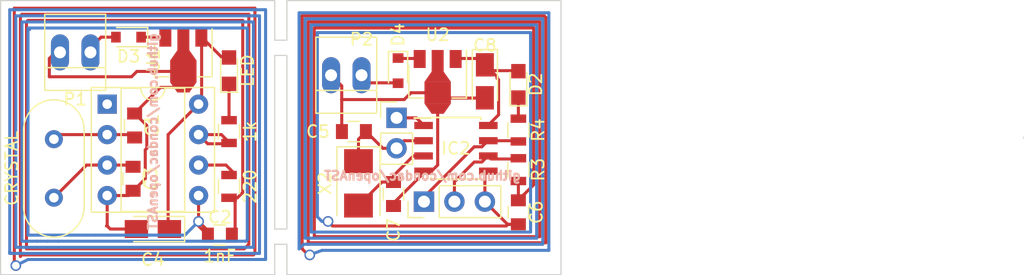
<source format=kicad_pcb>
(kicad_pcb (version 4) (host pcbnew 4.0.7)

  (general
    (links 52)
    (no_connects 5)
    (area 94.887 99.669428 180.3425 123.571002)
    (thickness 1.6)
    (drawings 19)
    (tracks 258)
    (zones 0)
    (modules 26)
    (nets 21)
  )

  (page A4)
  (layers
    (0 F.Cu signal)
    (31 B.Cu signal)
    (32 B.Adhes user)
    (33 F.Adhes user)
    (34 B.Paste user)
    (35 F.Paste user)
    (36 B.SilkS user)
    (37 F.SilkS user)
    (38 B.Mask user)
    (39 F.Mask user)
    (40 Dwgs.User user)
    (41 Cmts.User user)
    (42 Eco1.User user)
    (43 Eco2.User user)
    (44 Edge.Cuts user)
  )

  (setup
    (last_trace_width 0.254)
    (trace_clearance 0.254)
    (zone_clearance 0.508)
    (zone_45_only no)
    (trace_min 0.127)
    (segment_width 0.2)
    (edge_width 0.1)
    (via_size 0.889)
    (via_drill 0.635)
    (via_min_size 0.889)
    (via_min_drill 0.508)
    (uvia_size 0.508)
    (uvia_drill 0.127)
    (uvias_allowed no)
    (uvia_min_size 0.508)
    (uvia_min_drill 0.127)
    (pcb_text_width 0.3)
    (pcb_text_size 1.5 1.5)
    (mod_edge_width 0.15)
    (mod_text_size 1 1)
    (mod_text_width 0.15)
    (pad_size 1.5 1.5)
    (pad_drill 0.6)
    (pad_to_mask_clearance 0)
    (aux_axis_origin 0 0)
    (visible_elements FFFFFFFF)
    (pcbplotparams
      (layerselection 0x010f0_80000001)
      (usegerberextensions true)
      (excludeedgelayer true)
      (linewidth 0.150000)
      (plotframeref false)
      (viasonmask false)
      (mode 1)
      (useauxorigin false)
      (hpglpennumber 1)
      (hpglpenspeed 20)
      (hpglpendiameter 15)
      (hpglpenoverlay 2)
      (psnegative false)
      (psa4output false)
      (plotreference true)
      (plotvalue true)
      (plotinvisibletext false)
      (padsonsilk false)
      (subtractmaskfromsilk false)
      (outputformat 1)
      (mirror false)
      (drillshape 0)
      (scaleselection 1)
      (outputdirectory plots/))
  )

  (net 0 "")
  (net 1 GND)
  (net 2 "Net-(C1-Pad1)")
  (net 3 "Net-(C2-Pad1)")
  (net 4 "Net-(C3-Pad1)")
  (net 5 "Net-(C4-Pad1)")
  (net 6 "Net-(D1-Pad1)")
  (net 7 "Net-(D3-Pad2)")
  (net 8 "Net-(IC1-Pad6)")
  (net 9 "Net-(IC1-Pad7)")
  (net 10 "Net-(D3-Pad1)")
  (net 11 "Net-(C5-Pad1)")
  (net 12 "Net-(C6-Pad1)")
  (net 13 "Net-(C7-Pad1)")
  (net 14 "Net-(C8-Pad1)")
  (net 15 "Net-(D2-Pad1)")
  (net 16 "Net-(D4-Pad1)")
  (net 17 "Net-(D4-Pad2)")
  (net 18 "Net-(IC2-Pad1)")
  (net 19 "Net-(IC2-Pad6)")
  (net 20 "Net-(IC2-Pad7)")

  (net_class Default "This is the default net class."
    (clearance 0.254)
    (trace_width 0.254)
    (via_dia 0.889)
    (via_drill 0.635)
    (uvia_dia 0.508)
    (uvia_drill 0.127)
    (add_net GND)
    (add_net "Net-(C1-Pad1)")
    (add_net "Net-(C2-Pad1)")
    (add_net "Net-(C3-Pad1)")
    (add_net "Net-(C4-Pad1)")
    (add_net "Net-(C5-Pad1)")
    (add_net "Net-(C6-Pad1)")
    (add_net "Net-(C7-Pad1)")
    (add_net "Net-(C8-Pad1)")
    (add_net "Net-(D1-Pad1)")
    (add_net "Net-(D2-Pad1)")
    (add_net "Net-(D3-Pad1)")
    (add_net "Net-(D3-Pad2)")
    (add_net "Net-(D4-Pad1)")
    (add_net "Net-(D4-Pad2)")
    (add_net "Net-(IC1-Pad6)")
    (add_net "Net-(IC1-Pad7)")
    (add_net "Net-(IC2-Pad1)")
    (add_net "Net-(IC2-Pad6)")
    (add_net "Net-(IC2-Pad7)")
  )

  (net_class "pcb test" ""
    (clearance 0.127)
    (trace_width 0.127)
    (via_dia 0.889)
    (via_drill 0.635)
    (uvia_dia 0.508)
    (uvia_drill 0.127)
  )

  (module Housings_DIP:DIP-8_W7.62mm_Socket (layer F.Cu) (tedit 5B07B7E2) (tstamp 55491126)
    (at 103.886 108.966)
    (descr "8-lead though-hole mounted DIP package, row spacing 7.62 mm (300 mils), Socket")
    (tags "THT DIP DIL PDIP 2.54mm 7.62mm 300mil Socket")
    (path /5541EFDB)
    (fp_text reference IC1 (at 3.81 -2.33) (layer F.SilkS) hide
      (effects (font (size 1 1) (thickness 0.15)))
    )
    (fp_text value ATTINY85-P (at 3.81 9.95) (layer F.Fab)
      (effects (font (size 1 1) (thickness 0.15)))
    )
    (fp_arc (start 3.81 -1.33) (end 2.81 -1.33) (angle -180) (layer F.SilkS) (width 0.12))
    (fp_line (start 1.635 -1.27) (end 6.985 -1.27) (layer F.Fab) (width 0.1))
    (fp_line (start 6.985 -1.27) (end 6.985 8.89) (layer F.Fab) (width 0.1))
    (fp_line (start 6.985 8.89) (end 0.635 8.89) (layer F.Fab) (width 0.1))
    (fp_line (start 0.635 8.89) (end 0.635 -0.27) (layer F.Fab) (width 0.1))
    (fp_line (start 0.635 -0.27) (end 1.635 -1.27) (layer F.Fab) (width 0.1))
    (fp_line (start -1.27 -1.33) (end -1.27 8.95) (layer F.Fab) (width 0.1))
    (fp_line (start -1.27 8.95) (end 8.89 8.95) (layer F.Fab) (width 0.1))
    (fp_line (start 8.89 8.95) (end 8.89 -1.33) (layer F.Fab) (width 0.1))
    (fp_line (start 8.89 -1.33) (end -1.27 -1.33) (layer F.Fab) (width 0.1))
    (fp_line (start 2.81 -1.33) (end 1.16 -1.33) (layer F.SilkS) (width 0.12))
    (fp_line (start 1.16 -1.33) (end 1.16 8.95) (layer F.SilkS) (width 0.12))
    (fp_line (start 1.16 8.95) (end 6.46 8.95) (layer F.SilkS) (width 0.12))
    (fp_line (start 6.46 8.95) (end 6.46 -1.33) (layer F.SilkS) (width 0.12))
    (fp_line (start 6.46 -1.33) (end 4.81 -1.33) (layer F.SilkS) (width 0.12))
    (fp_line (start -1.33 -1.39) (end -1.33 9.01) (layer F.SilkS) (width 0.12))
    (fp_line (start -1.33 9.01) (end 8.95 9.01) (layer F.SilkS) (width 0.12))
    (fp_line (start 8.95 9.01) (end 8.95 -1.39) (layer F.SilkS) (width 0.12))
    (fp_line (start 8.95 -1.39) (end -1.33 -1.39) (layer F.SilkS) (width 0.12))
    (fp_line (start -1.55 -1.6) (end -1.55 9.2) (layer F.CrtYd) (width 0.05))
    (fp_line (start -1.55 9.2) (end 9.15 9.2) (layer F.CrtYd) (width 0.05))
    (fp_line (start 9.15 9.2) (end 9.15 -1.6) (layer F.CrtYd) (width 0.05))
    (fp_line (start 9.15 -1.6) (end -1.55 -1.6) (layer F.CrtYd) (width 0.05))
    (fp_text user %R (at 3.81 3.81) (layer F.Fab)
      (effects (font (size 1 1) (thickness 0.15)))
    )
    (pad 1 thru_hole rect (at 0 0) (size 1.6 1.6) (drill 0.8) (layers *.Cu *.Mask))
    (pad 5 thru_hole oval (at 7.62 7.62) (size 1.6 1.6) (drill 0.8) (layers *.Cu *.Mask)
      (net 3 "Net-(C2-Pad1)"))
    (pad 2 thru_hole oval (at 0 2.54) (size 1.6 1.6) (drill 0.8) (layers *.Cu *.Mask)
      (net 2 "Net-(C1-Pad1)"))
    (pad 6 thru_hole oval (at 7.62 5.08) (size 1.6 1.6) (drill 0.8) (layers *.Cu *.Mask)
      (net 8 "Net-(IC1-Pad6)"))
    (pad 3 thru_hole oval (at 0 5.08) (size 1.6 1.6) (drill 0.8) (layers *.Cu *.Mask)
      (net 4 "Net-(C3-Pad1)"))
    (pad 7 thru_hole oval (at 7.62 2.54) (size 1.6 1.6) (drill 0.8) (layers *.Cu *.Mask)
      (net 9 "Net-(IC1-Pad7)"))
    (pad 4 thru_hole oval (at 0 7.62) (size 1.6 1.6) (drill 0.8) (layers *.Cu *.Mask)
      (net 1 GND))
    (pad 8 thru_hole oval (at 7.62 0) (size 1.6 1.6) (drill 0.8) (layers *.Cu *.Mask)
      (net 5 "Net-(C4-Pad1)"))
    (model ${KISYS3DMOD}/Housings_DIP.3dshapes/DIP-8_W7.62mm_Socket.wrl
      (at (xyz 0 0 0))
      (scale (xyz 1 1 1))
      (rotate (xyz 0 0 0))
    )
  )

  (module Capacitors_SMD:C_0805 (layer F.Cu) (tedit 5B07B7F4) (tstamp 5B4E7B8E)
    (at 106.172 110.744 90)
    (descr "Capacitor SMD 0805, reflow soldering, AVX (see smccp.pdf)")
    (tags "capacitor 0805")
    (path /5541F242)
    (attr smd)
    (fp_text reference C1 (at 0 1.5 90) (layer F.SilkS)
      (effects (font (size 1 1) (thickness 0.15)))
    )
    (fp_text value 22pF (at 0 1.75 90) (layer F.Fab)
      (effects (font (size 1 1) (thickness 0.15)))
    )
    (fp_text user %R (at 0 -1.5 90) (layer F.Fab)
      (effects (font (size 1 1) (thickness 0.15)))
    )
    (fp_line (start -1 0.62) (end -1 -0.62) (layer F.Fab) (width 0.1))
    (fp_line (start 1 0.62) (end -1 0.62) (layer F.Fab) (width 0.1))
    (fp_line (start 1 -0.62) (end 1 0.62) (layer F.Fab) (width 0.1))
    (fp_line (start -1 -0.62) (end 1 -0.62) (layer F.Fab) (width 0.1))
    (fp_line (start 0.5 -0.85) (end -0.5 -0.85) (layer F.SilkS) (width 0.12))
    (fp_line (start -0.5 0.85) (end 0.5 0.85) (layer F.SilkS) (width 0.12))
    (fp_line (start -1.75 -0.88) (end 1.75 -0.88) (layer F.CrtYd) (width 0.05))
    (fp_line (start -1.75 -0.88) (end -1.75 0.87) (layer F.CrtYd) (width 0.05))
    (fp_line (start 1.75 0.87) (end 1.75 -0.88) (layer F.CrtYd) (width 0.05))
    (fp_line (start 1.75 0.87) (end -1.75 0.87) (layer F.CrtYd) (width 0.05))
    (pad 1 smd rect (at -1 0 90) (size 1 1.25) (layers F.Cu F.Paste F.Mask)
      (net 2 "Net-(C1-Pad1)"))
    (pad 2 smd rect (at 1 0 90) (size 1 1.25) (layers F.Cu F.Paste F.Mask)
      (net 1 GND))
    (model Capacitors_SMD.3dshapes/C_0805.wrl
      (at (xyz 0 0 0))
      (scale (xyz 1 1 1))
      (rotate (xyz 0 0 0))
    )
  )

  (module Capacitors_SMD:C_0805 (layer F.Cu) (tedit 5B07B7D3) (tstamp 5B4E7B9E)
    (at 113.284 119.888)
    (descr "Capacitor SMD 0805, reflow soldering, AVX (see smccp.pdf)")
    (tags "capacitor 0805")
    (path /55489FB1)
    (attr smd)
    (fp_text reference C2 (at 0 -1.5) (layer F.SilkS)
      (effects (font (size 1 1) (thickness 0.15)))
    )
    (fp_text value 1nF (at 0 1.75) (layer F.SilkS)
      (effects (font (size 1 1) (thickness 0.15)))
    )
    (fp_text user %R (at 0 -1.5) (layer F.Fab)
      (effects (font (size 1 1) (thickness 0.15)))
    )
    (fp_line (start -1 0.62) (end -1 -0.62) (layer F.Fab) (width 0.1))
    (fp_line (start 1 0.62) (end -1 0.62) (layer F.Fab) (width 0.1))
    (fp_line (start 1 -0.62) (end 1 0.62) (layer F.Fab) (width 0.1))
    (fp_line (start -1 -0.62) (end 1 -0.62) (layer F.Fab) (width 0.1))
    (fp_line (start 0.5 -0.85) (end -0.5 -0.85) (layer F.SilkS) (width 0.12))
    (fp_line (start -0.5 0.85) (end 0.5 0.85) (layer F.SilkS) (width 0.12))
    (fp_line (start -1.75 -0.88) (end 1.75 -0.88) (layer F.CrtYd) (width 0.05))
    (fp_line (start -1.75 -0.88) (end -1.75 0.87) (layer F.CrtYd) (width 0.05))
    (fp_line (start 1.75 0.87) (end 1.75 -0.88) (layer F.CrtYd) (width 0.05))
    (fp_line (start 1.75 0.87) (end -1.75 0.87) (layer F.CrtYd) (width 0.05))
    (pad 1 smd rect (at -1 0) (size 1 1.25) (layers F.Cu F.Paste F.Mask)
      (net 3 "Net-(C2-Pad1)"))
    (pad 2 smd rect (at 1 0) (size 1 1.25) (layers F.Cu F.Paste F.Mask)
      (net 3 "Net-(C2-Pad1)"))
    (model Capacitors_SMD.3dshapes/C_0805.wrl
      (at (xyz 0 0 0))
      (scale (xyz 1 1 1))
      (rotate (xyz 0 0 0))
    )
  )

  (module Capacitors_SMD:C_0805 (layer F.Cu) (tedit 58AA8463) (tstamp 5B4E7BAE)
    (at 106.045 115.189 270)
    (descr "Capacitor SMD 0805, reflow soldering, AVX (see smccp.pdf)")
    (tags "capacitor 0805")
    (path /5541F251)
    (attr smd)
    (fp_text reference C3 (at 0 -1.5 270) (layer F.SilkS)
      (effects (font (size 1 1) (thickness 0.15)))
    )
    (fp_text value 22pF (at 0 1.75 270) (layer F.Fab)
      (effects (font (size 1 1) (thickness 0.15)))
    )
    (fp_text user %R (at 0 -1.5 270) (layer F.Fab)
      (effects (font (size 1 1) (thickness 0.15)))
    )
    (fp_line (start -1 0.62) (end -1 -0.62) (layer F.Fab) (width 0.1))
    (fp_line (start 1 0.62) (end -1 0.62) (layer F.Fab) (width 0.1))
    (fp_line (start 1 -0.62) (end 1 0.62) (layer F.Fab) (width 0.1))
    (fp_line (start -1 -0.62) (end 1 -0.62) (layer F.Fab) (width 0.1))
    (fp_line (start 0.5 -0.85) (end -0.5 -0.85) (layer F.SilkS) (width 0.12))
    (fp_line (start -0.5 0.85) (end 0.5 0.85) (layer F.SilkS) (width 0.12))
    (fp_line (start -1.75 -0.88) (end 1.75 -0.88) (layer F.CrtYd) (width 0.05))
    (fp_line (start -1.75 -0.88) (end -1.75 0.87) (layer F.CrtYd) (width 0.05))
    (fp_line (start 1.75 0.87) (end 1.75 -0.88) (layer F.CrtYd) (width 0.05))
    (fp_line (start 1.75 0.87) (end -1.75 0.87) (layer F.CrtYd) (width 0.05))
    (pad 1 smd rect (at -1 0 270) (size 1 1.25) (layers F.Cu F.Paste F.Mask)
      (net 4 "Net-(C3-Pad1)"))
    (pad 2 smd rect (at 1 0 270) (size 1 1.25) (layers F.Cu F.Paste F.Mask)
      (net 1 GND))
    (model Capacitors_SMD.3dshapes/C_0805.wrl
      (at (xyz 0 0 0))
      (scale (xyz 1 1 1))
      (rotate (xyz 0 0 0))
    )
  )

  (module Capacitors_Tantalum_SMD:CP_Tantalum_Case-A_EIA-3216-18_Reflow (layer F.Cu) (tedit 58CC8C08) (tstamp 5B4E7BBE)
    (at 107.696 119.38 180)
    (descr "Tantalum capacitor, Case A, EIA 3216-18, 3.2x1.6x1.6mm, Reflow soldering footprint")
    (tags "capacitor tantalum smd")
    (path /55489ECF)
    (attr smd)
    (fp_text reference C4 (at 0 -2.55 180) (layer F.SilkS)
      (effects (font (size 1 1) (thickness 0.15)))
    )
    (fp_text value 50uF (at 0 2.55 180) (layer F.Fab)
      (effects (font (size 1 1) (thickness 0.15)))
    )
    (fp_text user %R (at 0 0 180) (layer F.Fab)
      (effects (font (size 0.7 0.7) (thickness 0.105)))
    )
    (fp_line (start -2.75 -1.2) (end -2.75 1.2) (layer F.CrtYd) (width 0.05))
    (fp_line (start -2.75 1.2) (end 2.75 1.2) (layer F.CrtYd) (width 0.05))
    (fp_line (start 2.75 1.2) (end 2.75 -1.2) (layer F.CrtYd) (width 0.05))
    (fp_line (start 2.75 -1.2) (end -2.75 -1.2) (layer F.CrtYd) (width 0.05))
    (fp_line (start -1.6 -0.8) (end -1.6 0.8) (layer F.Fab) (width 0.1))
    (fp_line (start -1.6 0.8) (end 1.6 0.8) (layer F.Fab) (width 0.1))
    (fp_line (start 1.6 0.8) (end 1.6 -0.8) (layer F.Fab) (width 0.1))
    (fp_line (start 1.6 -0.8) (end -1.6 -0.8) (layer F.Fab) (width 0.1))
    (fp_line (start -1.28 -0.8) (end -1.28 0.8) (layer F.Fab) (width 0.1))
    (fp_line (start -1.12 -0.8) (end -1.12 0.8) (layer F.Fab) (width 0.1))
    (fp_line (start -2.65 -1.05) (end 1.6 -1.05) (layer F.SilkS) (width 0.12))
    (fp_line (start -2.65 1.05) (end 1.6 1.05) (layer F.SilkS) (width 0.12))
    (fp_line (start -2.65 -1.05) (end -2.65 1.05) (layer F.SilkS) (width 0.12))
    (pad 1 smd rect (at -1.375 0 180) (size 1.95 1.5) (layers F.Cu F.Paste F.Mask)
      (net 5 "Net-(C4-Pad1)"))
    (pad 2 smd rect (at 1.375 0 180) (size 1.95 1.5) (layers F.Cu F.Paste F.Mask)
      (net 1 GND))
    (model Capacitors_Tantalum_SMD.3dshapes/CP_Tantalum_Case-A_EIA-3216-18.wrl
      (at (xyz 0 0 0))
      (scale (xyz 1 1 1))
      (rotate (xyz 0 0 0))
    )
  )

  (module LEDs:LED_0805 (layer F.Cu) (tedit 5B07B790) (tstamp 5B4E7BD1)
    (at 114.046 106.172 90)
    (descr "LED 0805 smd package")
    (tags "LED led 0805 SMD smd SMT smt smdled SMDLED smtled SMTLED")
    (path /5541F321)
    (attr smd)
    (fp_text reference D1 (at 0 -1.45 90) (layer F.SilkS) hide
      (effects (font (size 1 1) (thickness 0.15)))
    )
    (fp_text value LED (at 0 1.55 90) (layer F.SilkS)
      (effects (font (size 1 1) (thickness 0.15)))
    )
    (fp_line (start -1.8 -0.7) (end -1.8 0.7) (layer F.SilkS) (width 0.12))
    (fp_line (start -0.4 -0.4) (end -0.4 0.4) (layer F.Fab) (width 0.1))
    (fp_line (start -0.4 0) (end 0.2 -0.4) (layer F.Fab) (width 0.1))
    (fp_line (start 0.2 0.4) (end -0.4 0) (layer F.Fab) (width 0.1))
    (fp_line (start 0.2 -0.4) (end 0.2 0.4) (layer F.Fab) (width 0.1))
    (fp_line (start 1 0.6) (end -1 0.6) (layer F.Fab) (width 0.1))
    (fp_line (start 1 -0.6) (end 1 0.6) (layer F.Fab) (width 0.1))
    (fp_line (start -1 -0.6) (end 1 -0.6) (layer F.Fab) (width 0.1))
    (fp_line (start -1 0.6) (end -1 -0.6) (layer F.Fab) (width 0.1))
    (fp_line (start -1.8 0.7) (end 1 0.7) (layer F.SilkS) (width 0.12))
    (fp_line (start -1.8 -0.7) (end 1 -0.7) (layer F.SilkS) (width 0.12))
    (fp_line (start 1.95 -0.85) (end 1.95 0.85) (layer F.CrtYd) (width 0.05))
    (fp_line (start 1.95 0.85) (end -1.95 0.85) (layer F.CrtYd) (width 0.05))
    (fp_line (start -1.95 0.85) (end -1.95 -0.85) (layer F.CrtYd) (width 0.05))
    (fp_line (start -1.95 -0.85) (end 1.95 -0.85) (layer F.CrtYd) (width 0.05))
    (fp_text user %R (at 0 -1.25 90) (layer F.Fab)
      (effects (font (size 0.4 0.4) (thickness 0.1)))
    )
    (pad 2 smd rect (at 1.1 0 270) (size 1.2 1.2) (layers F.Cu F.Paste F.Mask)
      (net 5 "Net-(C4-Pad1)"))
    (pad 1 smd rect (at -1.1 0 270) (size 1.2 1.2) (layers F.Cu F.Paste F.Mask)
      (net 6 "Net-(D1-Pad1)"))
    (model ${KISYS3DMOD}/LEDs.3dshapes/LED_0805.wrl
      (at (xyz 0 0 0))
      (scale (xyz 1 1 1))
      (rotate (xyz 0 0 180))
    )
  )

  (module Diodes_SMD:D_0805 (layer F.Cu) (tedit 590CE9A4) (tstamp 5B4E7BE6)
    (at 105.664 103.378 180)
    (descr "Diode SMD in 0805 package http://datasheets.avx.com/schottky.pdf")
    (tags "smd diode")
    (path /5548AC1F)
    (attr smd)
    (fp_text reference D3 (at 0 -1.6 180) (layer F.SilkS)
      (effects (font (size 1 1) (thickness 0.15)))
    )
    (fp_text value DIODE (at 0 1.7 180) (layer F.Fab)
      (effects (font (size 1 1) (thickness 0.15)))
    )
    (fp_text user %R (at 0 -1.6 180) (layer F.Fab)
      (effects (font (size 1 1) (thickness 0.15)))
    )
    (fp_line (start -1.6 -0.8) (end -1.6 0.8) (layer F.SilkS) (width 0.12))
    (fp_line (start -1.7 0.88) (end -1.7 -0.88) (layer F.CrtYd) (width 0.05))
    (fp_line (start 1.7 0.88) (end -1.7 0.88) (layer F.CrtYd) (width 0.05))
    (fp_line (start 1.7 -0.88) (end 1.7 0.88) (layer F.CrtYd) (width 0.05))
    (fp_line (start -1.7 -0.88) (end 1.7 -0.88) (layer F.CrtYd) (width 0.05))
    (fp_line (start 0.2 0) (end 0.4 0) (layer F.Fab) (width 0.1))
    (fp_line (start -0.1 0) (end -0.3 0) (layer F.Fab) (width 0.1))
    (fp_line (start -0.1 -0.2) (end -0.1 0.2) (layer F.Fab) (width 0.1))
    (fp_line (start 0.2 0.2) (end 0.2 -0.2) (layer F.Fab) (width 0.1))
    (fp_line (start -0.1 0) (end 0.2 0.2) (layer F.Fab) (width 0.1))
    (fp_line (start 0.2 -0.2) (end -0.1 0) (layer F.Fab) (width 0.1))
    (fp_line (start -1 0.65) (end -1 -0.65) (layer F.Fab) (width 0.1))
    (fp_line (start 1 0.65) (end -1 0.65) (layer F.Fab) (width 0.1))
    (fp_line (start 1 -0.65) (end 1 0.65) (layer F.Fab) (width 0.1))
    (fp_line (start -1 -0.65) (end 1 -0.65) (layer F.Fab) (width 0.1))
    (fp_line (start -1.6 0.8) (end 1 0.8) (layer F.SilkS) (width 0.12))
    (fp_line (start -1.6 -0.8) (end 1 -0.8) (layer F.SilkS) (width 0.12))
    (pad 1 smd rect (at -1.05 0 180) (size 0.8 0.9) (layers F.Cu F.Paste F.Mask)
      (net 10 "Net-(D3-Pad1)"))
    (pad 2 smd rect (at 1.05 0 180) (size 0.8 0.9) (layers F.Cu F.Paste F.Mask)
      (net 7 "Net-(D3-Pad2)"))
    (model ${KISYS3DMOD}/Diodes_SMD.3dshapes/D_0805.wrl
      (at (xyz 0 0 0))
      (scale (xyz 1 1 1))
      (rotate (xyz 0 0 0))
    )
  )

  (module Connectors:PINHEAD1-2 (layer F.Cu) (tedit 0) (tstamp 5B4E7BFD)
    (at 102.489 104.648 180)
    (path /5548A706)
    (fp_text reference P1 (at 1.27 -3.9 180) (layer F.SilkS)
      (effects (font (size 1 1) (thickness 0.15)))
    )
    (fp_text value CONN_2 (at 1.27 3.81 180) (layer F.Fab)
      (effects (font (size 1 1) (thickness 0.15)))
    )
    (fp_line (start 3.81 -1.27) (end -1.27 -1.27) (layer F.SilkS) (width 0.12))
    (fp_line (start 3.81 3.17) (end -1.27 3.17) (layer F.SilkS) (width 0.12))
    (fp_line (start -1.27 -3.17) (end 3.81 -3.17) (layer F.SilkS) (width 0.12))
    (fp_line (start -1.27 -3.17) (end -1.27 3.17) (layer F.SilkS) (width 0.12))
    (fp_line (start 3.81 -3.17) (end 3.81 3.17) (layer F.SilkS) (width 0.12))
    (fp_line (start -1.52 -3.42) (end 4.06 -3.42) (layer F.CrtYd) (width 0.05))
    (fp_line (start -1.52 -3.42) (end -1.52 3.42) (layer F.CrtYd) (width 0.05))
    (fp_line (start 4.06 3.42) (end 4.06 -3.42) (layer F.CrtYd) (width 0.05))
    (fp_line (start 4.06 3.42) (end -1.52 3.42) (layer F.CrtYd) (width 0.05))
    (pad 1 thru_hole oval (at 0 0 180) (size 1.51 3.01) (drill 1) (layers *.Cu *.Mask)
      (net 7 "Net-(D3-Pad2)"))
    (pad 2 thru_hole oval (at 2.54 0 180) (size 1.51 3.01) (drill 1) (layers *.Cu *.Mask)
      (net 1 GND))
  )

  (module Resistors_SMD:R_0805 (layer F.Cu) (tedit 5B07B7BA) (tstamp 5B4E7C0B)
    (at 114.046 115.824 90)
    (descr "Resistor SMD 0805, reflow soldering, Vishay (see dcrcw.pdf)")
    (tags "resistor 0805")
    (path /55489F9C)
    (attr smd)
    (fp_text reference R1 (at 0 -1.65 90) (layer F.SilkS) hide
      (effects (font (size 1 1) (thickness 0.15)))
    )
    (fp_text value 220 (at 0 1.75 90) (layer F.SilkS)
      (effects (font (size 1 1) (thickness 0.15)))
    )
    (fp_text user %R (at 0 0 90) (layer F.Fab)
      (effects (font (size 0.5 0.5) (thickness 0.075)))
    )
    (fp_line (start -1 0.62) (end -1 -0.62) (layer F.Fab) (width 0.1))
    (fp_line (start 1 0.62) (end -1 0.62) (layer F.Fab) (width 0.1))
    (fp_line (start 1 -0.62) (end 1 0.62) (layer F.Fab) (width 0.1))
    (fp_line (start -1 -0.62) (end 1 -0.62) (layer F.Fab) (width 0.1))
    (fp_line (start 0.6 0.88) (end -0.6 0.88) (layer F.SilkS) (width 0.12))
    (fp_line (start -0.6 -0.88) (end 0.6 -0.88) (layer F.SilkS) (width 0.12))
    (fp_line (start -1.55 -0.9) (end 1.55 -0.9) (layer F.CrtYd) (width 0.05))
    (fp_line (start -1.55 -0.9) (end -1.55 0.9) (layer F.CrtYd) (width 0.05))
    (fp_line (start 1.55 0.9) (end 1.55 -0.9) (layer F.CrtYd) (width 0.05))
    (fp_line (start 1.55 0.9) (end -1.55 0.9) (layer F.CrtYd) (width 0.05))
    (pad 1 smd rect (at -0.95 0 90) (size 0.7 1.3) (layers F.Cu F.Paste F.Mask)
      (net 3 "Net-(C2-Pad1)"))
    (pad 2 smd rect (at 0.95 0 90) (size 0.7 1.3) (layers F.Cu F.Paste F.Mask)
      (net 8 "Net-(IC1-Pad6)"))
    (model ${KISYS3DMOD}/Resistors_SMD.3dshapes/R_0805.wrl
      (at (xyz 0 0 0))
      (scale (xyz 1 1 1))
      (rotate (xyz 0 0 0))
    )
  )

  (module Resistors_SMD:R_0805 (layer F.Cu) (tedit 5B07B7AB) (tstamp 5B4E7C1B)
    (at 114.046 111.252 270)
    (descr "Resistor SMD 0805, reflow soldering, Vishay (see dcrcw.pdf)")
    (tags "resistor 0805")
    (path /5541F330)
    (attr smd)
    (fp_text reference R2 (at 0 -1.65 270) (layer F.SilkS) hide
      (effects (font (size 1 1) (thickness 0.15)))
    )
    (fp_text value 1k (at 0 -1.75 270) (layer F.SilkS)
      (effects (font (size 1 1) (thickness 0.15)))
    )
    (fp_text user %R (at 0 0 270) (layer F.Fab)
      (effects (font (size 0.5 0.5) (thickness 0.075)))
    )
    (fp_line (start -1 0.62) (end -1 -0.62) (layer F.Fab) (width 0.1))
    (fp_line (start 1 0.62) (end -1 0.62) (layer F.Fab) (width 0.1))
    (fp_line (start 1 -0.62) (end 1 0.62) (layer F.Fab) (width 0.1))
    (fp_line (start -1 -0.62) (end 1 -0.62) (layer F.Fab) (width 0.1))
    (fp_line (start 0.6 0.88) (end -0.6 0.88) (layer F.SilkS) (width 0.12))
    (fp_line (start -0.6 -0.88) (end 0.6 -0.88) (layer F.SilkS) (width 0.12))
    (fp_line (start -1.55 -0.9) (end 1.55 -0.9) (layer F.CrtYd) (width 0.05))
    (fp_line (start -1.55 -0.9) (end -1.55 0.9) (layer F.CrtYd) (width 0.05))
    (fp_line (start 1.55 0.9) (end 1.55 -0.9) (layer F.CrtYd) (width 0.05))
    (fp_line (start 1.55 0.9) (end -1.55 0.9) (layer F.CrtYd) (width 0.05))
    (pad 1 smd rect (at -0.95 0 270) (size 0.7 1.3) (layers F.Cu F.Paste F.Mask)
      (net 6 "Net-(D1-Pad1)"))
    (pad 2 smd rect (at 0.95 0 270) (size 0.7 1.3) (layers F.Cu F.Paste F.Mask)
      (net 9 "Net-(IC1-Pad7)"))
    (model ${KISYS3DMOD}/Resistors_SMD.3dshapes/R_0805.wrl
      (at (xyz 0 0 0))
      (scale (xyz 1 1 1))
      (rotate (xyz 0 0 0))
    )
  )

  (module TO_SOT_Packages_SMD:SOT-89-3 (layer F.Cu) (tedit 5B07B837) (tstamp 5B4E8ED3)
    (at 110.236 104.902 270)
    (descr SOT-89-3)
    (tags SOT-89-3)
    (path /5B06B644)
    (attr smd)
    (fp_text reference U1 (at 0.45 2.5 270) (layer F.SilkS)
      (effects (font (size 1 1) (thickness 0.15)))
    )
    (fp_text value L78L05_SOT89 (at 0.45 3.25 270) (layer F.Fab)
      (effects (font (size 1 1) (thickness 0.15)))
    )
    (fp_text user %R (at 0.38 0 360) (layer F.Fab)
      (effects (font (size 0.6 0.6) (thickness 0.09)))
    )
    (fp_line (start 1.78 1.2) (end 1.78 2.4) (layer F.SilkS) (width 0.12))
    (fp_line (start 1.78 2.4) (end -0.92 2.4) (layer F.SilkS) (width 0.12))
    (fp_line (start -2.22 -2.4) (end 1.78 -2.4) (layer F.SilkS) (width 0.12))
    (fp_line (start 1.78 -2.4) (end 1.78 -1.2) (layer F.SilkS) (width 0.12))
    (fp_line (start -0.92 -1.51) (end -0.13 -2.3) (layer F.Fab) (width 0.1))
    (fp_line (start 1.68 -2.3) (end 1.68 2.3) (layer F.Fab) (width 0.1))
    (fp_line (start 1.68 2.3) (end -0.92 2.3) (layer F.Fab) (width 0.1))
    (fp_line (start -0.92 2.3) (end -0.92 -1.51) (layer F.Fab) (width 0.1))
    (fp_line (start -0.13 -2.3) (end 1.68 -2.3) (layer F.Fab) (width 0.1))
    (fp_line (start 3.23 -2.55) (end 3.23 2.55) (layer F.CrtYd) (width 0.05))
    (fp_line (start 3.23 -2.55) (end -2.48 -2.55) (layer F.CrtYd) (width 0.05))
    (fp_line (start -2.48 2.55) (end 3.23 2.55) (layer F.CrtYd) (width 0.05))
    (fp_line (start -2.48 2.55) (end -2.48 -2.55) (layer F.CrtYd) (width 0.05))
    (pad 2 smd trapezoid (at 2.667 0 180) (size 1.6 0.85) (rect_delta 0 0.6 ) (layers F.Cu F.Paste F.Mask)
      (net 1 GND))
    (pad 1 smd rect (at -1.48 -1.5 180) (size 1 1.5) (layers F.Cu F.Paste F.Mask)
      (net 5 "Net-(C4-Pad1)"))
    (pad 2 smd rect (at -1.3335 0 180) (size 1 1.8) (layers F.Cu F.Paste F.Mask)
      (net 1 GND))
    (pad 3 smd rect (at -1.48 1.5 180) (size 1 1.5) (layers F.Cu F.Paste F.Mask)
      (net 10 "Net-(D3-Pad1)"))
    (pad 2 smd rect (at 1.3335 0 180) (size 2.2 1.84) (layers F.Cu F.Paste F.Mask)
      (net 1 GND))
    (pad 2 smd trapezoid (at -0.0762 0) (size 1.5 1) (rect_delta 0 0.7 ) (layers F.Cu F.Paste F.Mask)
      (net 1 GND))
    (model ${KISYS3DMOD}/TO_SOT_Packages_SMD.3dshapes/SOT-89-3.wrl
      (at (xyz 0 0 0))
      (scale (xyz 1 1 1))
      (rotate (xyz 0 0 0))
    )
  )

  (module Capacitors_SMD:C_0805 (layer F.Cu) (tedit 5B07B66D) (tstamp 5B06DF12)
    (at 124.46 111.252 180)
    (descr "Capacitor SMD 0805, reflow soldering, AVX (see smccp.pdf)")
    (tags "capacitor 0805")
    (path /5B06D5DE)
    (attr smd)
    (fp_text reference C5 (at 3 0 180) (layer F.SilkS)
      (effects (font (size 1 1) (thickness 0.15)))
    )
    (fp_text value 22pF (at 0 1.75 180) (layer F.Fab)
      (effects (font (size 1 1) (thickness 0.15)))
    )
    (fp_text user %R (at 0 -1.5 180) (layer F.Fab)
      (effects (font (size 1 1) (thickness 0.15)))
    )
    (fp_line (start -1 0.62) (end -1 -0.62) (layer F.Fab) (width 0.1))
    (fp_line (start 1 0.62) (end -1 0.62) (layer F.Fab) (width 0.1))
    (fp_line (start 1 -0.62) (end 1 0.62) (layer F.Fab) (width 0.1))
    (fp_line (start -1 -0.62) (end 1 -0.62) (layer F.Fab) (width 0.1))
    (fp_line (start 0.5 -0.85) (end -0.5 -0.85) (layer F.SilkS) (width 0.12))
    (fp_line (start -0.5 0.85) (end 0.5 0.85) (layer F.SilkS) (width 0.12))
    (fp_line (start -1.75 -0.88) (end 1.75 -0.88) (layer F.CrtYd) (width 0.05))
    (fp_line (start -1.75 -0.88) (end -1.75 0.87) (layer F.CrtYd) (width 0.05))
    (fp_line (start 1.75 0.87) (end 1.75 -0.88) (layer F.CrtYd) (width 0.05))
    (fp_line (start 1.75 0.87) (end -1.75 0.87) (layer F.CrtYd) (width 0.05))
    (pad 1 smd rect (at -1 0 180) (size 1 1.25) (layers F.Cu F.Paste F.Mask)
      (net 11 "Net-(C5-Pad1)"))
    (pad 2 smd rect (at 1 0 180) (size 1 1.25) (layers F.Cu F.Paste F.Mask)
      (net 1 GND))
    (model Capacitors_SMD.3dshapes/C_0805.wrl
      (at (xyz 0 0 0))
      (scale (xyz 1 1 1))
      (rotate (xyz 0 0 0))
    )
  )

  (module Capacitors_SMD:C_0805 (layer F.Cu) (tedit 5B07B600) (tstamp 5B06DF23)
    (at 138.176 117.983 90)
    (descr "Capacitor SMD 0805, reflow soldering, AVX (see smccp.pdf)")
    (tags "capacitor 0805")
    (path /5B06ADF0)
    (attr smd)
    (fp_text reference C6 (at 0 1.5 90) (layer F.SilkS)
      (effects (font (size 1 1) (thickness 0.15)))
    )
    (fp_text value 1nF (at 0 1.75 90) (layer F.Fab)
      (effects (font (size 1 1) (thickness 0.15)))
    )
    (fp_text user %R (at 0 -1.5 90) (layer F.Fab)
      (effects (font (size 1 1) (thickness 0.15)))
    )
    (fp_line (start -1 0.62) (end -1 -0.62) (layer F.Fab) (width 0.1))
    (fp_line (start 1 0.62) (end -1 0.62) (layer F.Fab) (width 0.1))
    (fp_line (start 1 -0.62) (end 1 0.62) (layer F.Fab) (width 0.1))
    (fp_line (start -1 -0.62) (end 1 -0.62) (layer F.Fab) (width 0.1))
    (fp_line (start 0.5 -0.85) (end -0.5 -0.85) (layer F.SilkS) (width 0.12))
    (fp_line (start -0.5 0.85) (end 0.5 0.85) (layer F.SilkS) (width 0.12))
    (fp_line (start -1.75 -0.88) (end 1.75 -0.88) (layer F.CrtYd) (width 0.05))
    (fp_line (start -1.75 -0.88) (end -1.75 0.87) (layer F.CrtYd) (width 0.05))
    (fp_line (start 1.75 0.87) (end 1.75 -0.88) (layer F.CrtYd) (width 0.05))
    (fp_line (start 1.75 0.87) (end -1.75 0.87) (layer F.CrtYd) (width 0.05))
    (pad 1 smd rect (at -1 0 90) (size 1 1.25) (layers F.Cu F.Paste F.Mask)
      (net 12 "Net-(C6-Pad1)"))
    (pad 2 smd rect (at 1 0 90) (size 1 1.25) (layers F.Cu F.Paste F.Mask)
      (net 12 "Net-(C6-Pad1)"))
    (model Capacitors_SMD.3dshapes/C_0805.wrl
      (at (xyz 0 0 0))
      (scale (xyz 1 1 1))
      (rotate (xyz 0 0 0))
    )
  )

  (module Capacitors_SMD:C_0805 (layer F.Cu) (tedit 5B07B714) (tstamp 5B06DF34)
    (at 127.762 116.459 270)
    (descr "Capacitor SMD 0805, reflow soldering, AVX (see smccp.pdf)")
    (tags "capacitor 0805")
    (path /5B06D523)
    (attr smd)
    (fp_text reference C7 (at 3 0 270) (layer F.SilkS)
      (effects (font (size 1 1) (thickness 0.15)))
    )
    (fp_text value 22pF (at 0 1.75 270) (layer F.Fab)
      (effects (font (size 1 1) (thickness 0.15)))
    )
    (fp_text user %R (at 0 -1.5 270) (layer F.Fab)
      (effects (font (size 1 1) (thickness 0.15)))
    )
    (fp_line (start -1 0.62) (end -1 -0.62) (layer F.Fab) (width 0.1))
    (fp_line (start 1 0.62) (end -1 0.62) (layer F.Fab) (width 0.1))
    (fp_line (start 1 -0.62) (end 1 0.62) (layer F.Fab) (width 0.1))
    (fp_line (start -1 -0.62) (end 1 -0.62) (layer F.Fab) (width 0.1))
    (fp_line (start 0.5 -0.85) (end -0.5 -0.85) (layer F.SilkS) (width 0.12))
    (fp_line (start -0.5 0.85) (end 0.5 0.85) (layer F.SilkS) (width 0.12))
    (fp_line (start -1.75 -0.88) (end 1.75 -0.88) (layer F.CrtYd) (width 0.05))
    (fp_line (start -1.75 -0.88) (end -1.75 0.87) (layer F.CrtYd) (width 0.05))
    (fp_line (start 1.75 0.87) (end 1.75 -0.88) (layer F.CrtYd) (width 0.05))
    (fp_line (start 1.75 0.87) (end -1.75 0.87) (layer F.CrtYd) (width 0.05))
    (pad 1 smd rect (at -1 0 270) (size 1 1.25) (layers F.Cu F.Paste F.Mask)
      (net 13 "Net-(C7-Pad1)"))
    (pad 2 smd rect (at 1 0 270) (size 1 1.25) (layers F.Cu F.Paste F.Mask)
      (net 1 GND))
    (model Capacitors_SMD.3dshapes/C_0805.wrl
      (at (xyz 0 0 0))
      (scale (xyz 1 1 1))
      (rotate (xyz 0 0 0))
    )
  )

  (module Capacitors_Tantalum_SMD:CP_Tantalum_Case-A_EIA-3216-18_Reflow (layer F.Cu) (tedit 5B07B5DB) (tstamp 5B06DF48)
    (at 135.382 107.061 270)
    (descr "Tantalum capacitor, Case A, EIA 3216-18, 3.2x1.6x1.6mm, Reflow soldering footprint")
    (tags "capacitor tantalum smd")
    (path /5B06A98B)
    (attr smd)
    (fp_text reference C8 (at -3 0 360) (layer F.SilkS)
      (effects (font (size 1 1) (thickness 0.15)))
    )
    (fp_text value 50uF (at 0 2.55 270) (layer F.Fab)
      (effects (font (size 1 1) (thickness 0.15)))
    )
    (fp_text user %R (at 0 0 270) (layer F.Fab)
      (effects (font (size 0.7 0.7) (thickness 0.105)))
    )
    (fp_line (start -2.75 -1.2) (end -2.75 1.2) (layer F.CrtYd) (width 0.05))
    (fp_line (start -2.75 1.2) (end 2.75 1.2) (layer F.CrtYd) (width 0.05))
    (fp_line (start 2.75 1.2) (end 2.75 -1.2) (layer F.CrtYd) (width 0.05))
    (fp_line (start 2.75 -1.2) (end -2.75 -1.2) (layer F.CrtYd) (width 0.05))
    (fp_line (start -1.6 -0.8) (end -1.6 0.8) (layer F.Fab) (width 0.1))
    (fp_line (start -1.6 0.8) (end 1.6 0.8) (layer F.Fab) (width 0.1))
    (fp_line (start 1.6 0.8) (end 1.6 -0.8) (layer F.Fab) (width 0.1))
    (fp_line (start 1.6 -0.8) (end -1.6 -0.8) (layer F.Fab) (width 0.1))
    (fp_line (start -1.28 -0.8) (end -1.28 0.8) (layer F.Fab) (width 0.1))
    (fp_line (start -1.12 -0.8) (end -1.12 0.8) (layer F.Fab) (width 0.1))
    (fp_line (start -2.65 -1.05) (end 1.6 -1.05) (layer F.SilkS) (width 0.12))
    (fp_line (start -2.65 1.05) (end 1.6 1.05) (layer F.SilkS) (width 0.12))
    (fp_line (start -2.65 -1.05) (end -2.65 1.05) (layer F.SilkS) (width 0.12))
    (pad 1 smd rect (at -1.375 0 270) (size 1.95 1.5) (layers F.Cu F.Paste F.Mask)
      (net 14 "Net-(C8-Pad1)"))
    (pad 2 smd rect (at 1.375 0 270) (size 1.95 1.5) (layers F.Cu F.Paste F.Mask)
      (net 1 GND))
    (model Capacitors_Tantalum_SMD.3dshapes/CP_Tantalum_Case-A_EIA-3216-18.wrl
      (at (xyz 0 0 0))
      (scale (xyz 1 1 1))
      (rotate (xyz 0 0 0))
    )
  )

  (module LEDs:LED_0805 (layer F.Cu) (tedit 5B07B68D) (tstamp 5B06DF5E)
    (at 138.176 107.315 90)
    (descr "LED 0805 smd package")
    (tags "LED led 0805 SMD smd SMT smt smdled SMDLED smtled SMTLED")
    (path /5B06AC6F)
    (attr smd)
    (fp_text reference D2 (at 0 1.45 90) (layer F.SilkS)
      (effects (font (size 1 1) (thickness 0.15)))
    )
    (fp_text value LED (at 0 1.55 90) (layer F.Fab)
      (effects (font (size 1 1) (thickness 0.15)))
    )
    (fp_line (start -1.8 -0.7) (end -1.8 0.7) (layer F.SilkS) (width 0.12))
    (fp_line (start -0.4 -0.4) (end -0.4 0.4) (layer F.Fab) (width 0.1))
    (fp_line (start -0.4 0) (end 0.2 -0.4) (layer F.Fab) (width 0.1))
    (fp_line (start 0.2 0.4) (end -0.4 0) (layer F.Fab) (width 0.1))
    (fp_line (start 0.2 -0.4) (end 0.2 0.4) (layer F.Fab) (width 0.1))
    (fp_line (start 1 0.6) (end -1 0.6) (layer F.Fab) (width 0.1))
    (fp_line (start 1 -0.6) (end 1 0.6) (layer F.Fab) (width 0.1))
    (fp_line (start -1 -0.6) (end 1 -0.6) (layer F.Fab) (width 0.1))
    (fp_line (start -1 0.6) (end -1 -0.6) (layer F.Fab) (width 0.1))
    (fp_line (start -1.8 0.7) (end 1 0.7) (layer F.SilkS) (width 0.12))
    (fp_line (start -1.8 -0.7) (end 1 -0.7) (layer F.SilkS) (width 0.12))
    (fp_line (start 1.95 -0.85) (end 1.95 0.85) (layer F.CrtYd) (width 0.05))
    (fp_line (start 1.95 0.85) (end -1.95 0.85) (layer F.CrtYd) (width 0.05))
    (fp_line (start -1.95 0.85) (end -1.95 -0.85) (layer F.CrtYd) (width 0.05))
    (fp_line (start -1.95 -0.85) (end 1.95 -0.85) (layer F.CrtYd) (width 0.05))
    (fp_text user %R (at 0 -1.25 90) (layer F.Fab)
      (effects (font (size 0.4 0.4) (thickness 0.1)))
    )
    (pad 2 smd rect (at 1.1 0 270) (size 1.2 1.2) (layers F.Cu F.Paste F.Mask)
      (net 14 "Net-(C8-Pad1)"))
    (pad 1 smd rect (at -1.1 0 270) (size 1.2 1.2) (layers F.Cu F.Paste F.Mask)
      (net 15 "Net-(D2-Pad1)"))
    (model ${KISYS3DMOD}/LEDs.3dshapes/LED_0805.wrl
      (at (xyz 0 0 0))
      (scale (xyz 1 1 1))
      (rotate (xyz 0 0 180))
    )
  )

  (module Diodes_SMD:D_0805 (layer F.Cu) (tedit 5B07B6C1) (tstamp 5B06DF76)
    (at 128.143 106.172 270)
    (descr "Diode SMD in 0805 package http://datasheets.avx.com/schottky.pdf")
    (tags "smd diode")
    (path /5B06AAF6)
    (attr smd)
    (fp_text reference D4 (at -3 0 270) (layer F.SilkS)
      (effects (font (size 1 1) (thickness 0.15)))
    )
    (fp_text value DIODE (at 0 1.7 270) (layer F.Fab)
      (effects (font (size 1 1) (thickness 0.15)))
    )
    (fp_text user %R (at 0 -1.6 270) (layer F.Fab)
      (effects (font (size 1 1) (thickness 0.15)))
    )
    (fp_line (start -1.6 -0.8) (end -1.6 0.8) (layer F.SilkS) (width 0.12))
    (fp_line (start -1.7 0.88) (end -1.7 -0.88) (layer F.CrtYd) (width 0.05))
    (fp_line (start 1.7 0.88) (end -1.7 0.88) (layer F.CrtYd) (width 0.05))
    (fp_line (start 1.7 -0.88) (end 1.7 0.88) (layer F.CrtYd) (width 0.05))
    (fp_line (start -1.7 -0.88) (end 1.7 -0.88) (layer F.CrtYd) (width 0.05))
    (fp_line (start 0.2 0) (end 0.4 0) (layer F.Fab) (width 0.1))
    (fp_line (start -0.1 0) (end -0.3 0) (layer F.Fab) (width 0.1))
    (fp_line (start -0.1 -0.2) (end -0.1 0.2) (layer F.Fab) (width 0.1))
    (fp_line (start 0.2 0.2) (end 0.2 -0.2) (layer F.Fab) (width 0.1))
    (fp_line (start -0.1 0) (end 0.2 0.2) (layer F.Fab) (width 0.1))
    (fp_line (start 0.2 -0.2) (end -0.1 0) (layer F.Fab) (width 0.1))
    (fp_line (start -1 0.65) (end -1 -0.65) (layer F.Fab) (width 0.1))
    (fp_line (start 1 0.65) (end -1 0.65) (layer F.Fab) (width 0.1))
    (fp_line (start 1 -0.65) (end 1 0.65) (layer F.Fab) (width 0.1))
    (fp_line (start -1 -0.65) (end 1 -0.65) (layer F.Fab) (width 0.1))
    (fp_line (start -1.6 0.8) (end 1 0.8) (layer F.SilkS) (width 0.12))
    (fp_line (start -1.6 -0.8) (end 1 -0.8) (layer F.SilkS) (width 0.12))
    (pad 1 smd rect (at -1.05 0 270) (size 0.8 0.9) (layers F.Cu F.Paste F.Mask)
      (net 16 "Net-(D4-Pad1)"))
    (pad 2 smd rect (at 1.05 0 270) (size 0.8 0.9) (layers F.Cu F.Paste F.Mask)
      (net 17 "Net-(D4-Pad2)"))
    (model ${KISYS3DMOD}/Diodes_SMD.3dshapes/D_0805.wrl
      (at (xyz 0 0 0))
      (scale (xyz 1 1 1))
      (rotate (xyz 0 0 0))
    )
  )

  (module Housings_SOIC:SOIC-8_3.9x4.9mm_Pitch1.27mm (layer F.Cu) (tedit 5B07B614) (tstamp 5B06DF93)
    (at 132.969 112.649)
    (descr "8-Lead Plastic Small Outline (SN) - Narrow, 3.90 mm Body [SOIC] (see Microchip Packaging Specification 00000049BS.pdf)")
    (tags "SOIC 1.27")
    (path /5B06A875)
    (attr smd)
    (fp_text reference IC2 (at 0 0) (layer F.SilkS)
      (effects (font (size 1 1) (thickness 0.15)))
    )
    (fp_text value ATTINY85-P (at 0 3.5) (layer F.Fab)
      (effects (font (size 1 1) (thickness 0.15)))
    )
    (fp_text user %R (at 0 0) (layer F.Fab)
      (effects (font (size 1 1) (thickness 0.15)))
    )
    (fp_line (start -0.95 -2.45) (end 1.95 -2.45) (layer F.Fab) (width 0.1))
    (fp_line (start 1.95 -2.45) (end 1.95 2.45) (layer F.Fab) (width 0.1))
    (fp_line (start 1.95 2.45) (end -1.95 2.45) (layer F.Fab) (width 0.1))
    (fp_line (start -1.95 2.45) (end -1.95 -1.45) (layer F.Fab) (width 0.1))
    (fp_line (start -1.95 -1.45) (end -0.95 -2.45) (layer F.Fab) (width 0.1))
    (fp_line (start -3.73 -2.7) (end -3.73 2.7) (layer F.CrtYd) (width 0.05))
    (fp_line (start 3.73 -2.7) (end 3.73 2.7) (layer F.CrtYd) (width 0.05))
    (fp_line (start -3.73 -2.7) (end 3.73 -2.7) (layer F.CrtYd) (width 0.05))
    (fp_line (start -3.73 2.7) (end 3.73 2.7) (layer F.CrtYd) (width 0.05))
    (fp_line (start -2.075 -2.575) (end -2.075 -2.525) (layer F.SilkS) (width 0.15))
    (fp_line (start 2.075 -2.575) (end 2.075 -2.43) (layer F.SilkS) (width 0.15))
    (fp_line (start 2.075 2.575) (end 2.075 2.43) (layer F.SilkS) (width 0.15))
    (fp_line (start -2.075 2.575) (end -2.075 2.43) (layer F.SilkS) (width 0.15))
    (fp_line (start -2.075 -2.575) (end 2.075 -2.575) (layer F.SilkS) (width 0.15))
    (fp_line (start -2.075 2.575) (end 2.075 2.575) (layer F.SilkS) (width 0.15))
    (fp_line (start -2.075 -2.525) (end -3.475 -2.525) (layer F.SilkS) (width 0.15))
    (pad 1 smd rect (at -2.7 -1.905) (size 1.55 0.6) (layers F.Cu F.Paste F.Mask)
      (net 18 "Net-(IC2-Pad1)"))
    (pad 2 smd rect (at -2.7 -0.635) (size 1.55 0.6) (layers F.Cu F.Paste F.Mask)
      (net 11 "Net-(C5-Pad1)"))
    (pad 3 smd rect (at -2.7 0.635) (size 1.55 0.6) (layers F.Cu F.Paste F.Mask)
      (net 13 "Net-(C7-Pad1)"))
    (pad 4 smd rect (at -2.7 1.905) (size 1.55 0.6) (layers F.Cu F.Paste F.Mask)
      (net 1 GND))
    (pad 5 smd rect (at 2.7 1.905) (size 1.55 0.6) (layers F.Cu F.Paste F.Mask)
      (net 12 "Net-(C6-Pad1)"))
    (pad 6 smd rect (at 2.7 0.635) (size 1.55 0.6) (layers F.Cu F.Paste F.Mask)
      (net 19 "Net-(IC2-Pad6)"))
    (pad 7 smd rect (at 2.7 -0.635) (size 1.55 0.6) (layers F.Cu F.Paste F.Mask)
      (net 20 "Net-(IC2-Pad7)"))
    (pad 8 smd rect (at 2.7 -1.905) (size 1.55 0.6) (layers F.Cu F.Paste F.Mask)
      (net 14 "Net-(C8-Pad1)"))
    (model ${KISYS3DMOD}/Housings_SOIC.3dshapes/SOIC-8_3.9x4.9mm_Pitch1.27mm.wrl
      (at (xyz 0 0 0))
      (scale (xyz 1 1 1))
      (rotate (xyz 0 0 0))
    )
  )

  (module Connectors:PINHEAD1-2 (layer F.Cu) (tedit 5B07B654) (tstamp 5B06DFA2)
    (at 125.095 106.553 180)
    (path /5B06AA43)
    (fp_text reference P2 (at 0 3 180) (layer F.SilkS)
      (effects (font (size 1 1) (thickness 0.15)))
    )
    (fp_text value CONN_2 (at 1.27 3.81 180) (layer F.Fab)
      (effects (font (size 1 1) (thickness 0.15)))
    )
    (fp_line (start 3.81 -1.27) (end -1.27 -1.27) (layer F.SilkS) (width 0.12))
    (fp_line (start 3.81 3.17) (end -1.27 3.17) (layer F.SilkS) (width 0.12))
    (fp_line (start -1.27 -3.17) (end 3.81 -3.17) (layer F.SilkS) (width 0.12))
    (fp_line (start -1.27 -3.17) (end -1.27 3.17) (layer F.SilkS) (width 0.12))
    (fp_line (start 3.81 -3.17) (end 3.81 3.17) (layer F.SilkS) (width 0.12))
    (fp_line (start -1.52 -3.42) (end 4.06 -3.42) (layer F.CrtYd) (width 0.05))
    (fp_line (start -1.52 -3.42) (end -1.52 3.42) (layer F.CrtYd) (width 0.05))
    (fp_line (start 4.06 3.42) (end 4.06 -3.42) (layer F.CrtYd) (width 0.05))
    (fp_line (start 4.06 3.42) (end -1.52 3.42) (layer F.CrtYd) (width 0.05))
    (pad 1 thru_hole oval (at 0 0 180) (size 1.51 3.01) (drill 1) (layers *.Cu *.Mask)
      (net 17 "Net-(D4-Pad2)"))
    (pad 2 thru_hole oval (at 2.54 0 180) (size 1.51 3.01) (drill 1) (layers *.Cu *.Mask)
      (net 1 GND))
  )

  (module Resistors_SMD:R_0805 (layer F.Cu) (tedit 5B07B5F2) (tstamp 5B06DFB3)
    (at 138.176 114.427 90)
    (descr "Resistor SMD 0805, reflow soldering, Vishay (see dcrcw.pdf)")
    (tags "resistor 0805")
    (path /5B06AEE6)
    (attr smd)
    (fp_text reference R3 (at 0 1.65 90) (layer F.SilkS)
      (effects (font (size 1 1) (thickness 0.15)))
    )
    (fp_text value 220 (at 0 1.75 90) (layer F.Fab)
      (effects (font (size 1 1) (thickness 0.15)))
    )
    (fp_text user %R (at 0 0 90) (layer F.Fab)
      (effects (font (size 0.5 0.5) (thickness 0.075)))
    )
    (fp_line (start -1 0.62) (end -1 -0.62) (layer F.Fab) (width 0.1))
    (fp_line (start 1 0.62) (end -1 0.62) (layer F.Fab) (width 0.1))
    (fp_line (start 1 -0.62) (end 1 0.62) (layer F.Fab) (width 0.1))
    (fp_line (start -1 -0.62) (end 1 -0.62) (layer F.Fab) (width 0.1))
    (fp_line (start 0.6 0.88) (end -0.6 0.88) (layer F.SilkS) (width 0.12))
    (fp_line (start -0.6 -0.88) (end 0.6 -0.88) (layer F.SilkS) (width 0.12))
    (fp_line (start -1.55 -0.9) (end 1.55 -0.9) (layer F.CrtYd) (width 0.05))
    (fp_line (start -1.55 -0.9) (end -1.55 0.9) (layer F.CrtYd) (width 0.05))
    (fp_line (start 1.55 0.9) (end 1.55 -0.9) (layer F.CrtYd) (width 0.05))
    (fp_line (start 1.55 0.9) (end -1.55 0.9) (layer F.CrtYd) (width 0.05))
    (pad 1 smd rect (at -0.95 0 90) (size 0.7 1.3) (layers F.Cu F.Paste F.Mask)
      (net 12 "Net-(C6-Pad1)"))
    (pad 2 smd rect (at 0.95 0 90) (size 0.7 1.3) (layers F.Cu F.Paste F.Mask)
      (net 19 "Net-(IC2-Pad6)"))
    (model ${KISYS3DMOD}/Resistors_SMD.3dshapes/R_0805.wrl
      (at (xyz 0 0 0))
      (scale (xyz 1 1 1))
      (rotate (xyz 0 0 0))
    )
  )

  (module Resistors_SMD:R_0805 (layer F.Cu) (tedit 58E0A804) (tstamp 5B06DFC4)
    (at 138.176 111.125 270)
    (descr "Resistor SMD 0805, reflow soldering, Vishay (see dcrcw.pdf)")
    (tags "resistor 0805")
    (path /5B06AD0D)
    (attr smd)
    (fp_text reference R4 (at 0 -1.65 270) (layer F.SilkS)
      (effects (font (size 1 1) (thickness 0.15)))
    )
    (fp_text value 1k (at 0 1.75 270) (layer F.Fab)
      (effects (font (size 1 1) (thickness 0.15)))
    )
    (fp_text user %R (at 0 0 270) (layer F.Fab)
      (effects (font (size 0.5 0.5) (thickness 0.075)))
    )
    (fp_line (start -1 0.62) (end -1 -0.62) (layer F.Fab) (width 0.1))
    (fp_line (start 1 0.62) (end -1 0.62) (layer F.Fab) (width 0.1))
    (fp_line (start 1 -0.62) (end 1 0.62) (layer F.Fab) (width 0.1))
    (fp_line (start -1 -0.62) (end 1 -0.62) (layer F.Fab) (width 0.1))
    (fp_line (start 0.6 0.88) (end -0.6 0.88) (layer F.SilkS) (width 0.12))
    (fp_line (start -0.6 -0.88) (end 0.6 -0.88) (layer F.SilkS) (width 0.12))
    (fp_line (start -1.55 -0.9) (end 1.55 -0.9) (layer F.CrtYd) (width 0.05))
    (fp_line (start -1.55 -0.9) (end -1.55 0.9) (layer F.CrtYd) (width 0.05))
    (fp_line (start 1.55 0.9) (end 1.55 -0.9) (layer F.CrtYd) (width 0.05))
    (fp_line (start 1.55 0.9) (end -1.55 0.9) (layer F.CrtYd) (width 0.05))
    (pad 1 smd rect (at -0.95 0 270) (size 0.7 1.3) (layers F.Cu F.Paste F.Mask)
      (net 15 "Net-(D2-Pad1)"))
    (pad 2 smd rect (at 0.95 0 270) (size 0.7 1.3) (layers F.Cu F.Paste F.Mask)
      (net 20 "Net-(IC2-Pad7)"))
    (model ${KISYS3DMOD}/Resistors_SMD.3dshapes/R_0805.wrl
      (at (xyz 0 0 0))
      (scale (xyz 1 1 1))
      (rotate (xyz 0 0 0))
    )
  )

  (module TO_SOT_Packages_SMD:SOT-89-3 (layer F.Cu) (tedit 5B07B6F2) (tstamp 5B06DFDC)
    (at 131.445 106.68 270)
    (descr SOT-89-3)
    (tags SOT-89-3)
    (path /5B06AB94)
    (attr smd)
    (fp_text reference U2 (at -3.5 0 360) (layer F.SilkS)
      (effects (font (size 1 1) (thickness 0.15)))
    )
    (fp_text value L78L05_SOT89 (at 0.45 3.25 270) (layer F.Fab)
      (effects (font (size 1 1) (thickness 0.15)))
    )
    (fp_text user %R (at 0.38 0 360) (layer F.Fab)
      (effects (font (size 0.6 0.6) (thickness 0.09)))
    )
    (fp_line (start 1.78 1.2) (end 1.78 2.4) (layer F.SilkS) (width 0.12))
    (fp_line (start 1.78 2.4) (end -0.92 2.4) (layer F.SilkS) (width 0.12))
    (fp_line (start -2.22 -2.4) (end 1.78 -2.4) (layer F.SilkS) (width 0.12))
    (fp_line (start 1.78 -2.4) (end 1.78 -1.2) (layer F.SilkS) (width 0.12))
    (fp_line (start -0.92 -1.51) (end -0.13 -2.3) (layer F.Fab) (width 0.1))
    (fp_line (start 1.68 -2.3) (end 1.68 2.3) (layer F.Fab) (width 0.1))
    (fp_line (start 1.68 2.3) (end -0.92 2.3) (layer F.Fab) (width 0.1))
    (fp_line (start -0.92 2.3) (end -0.92 -1.51) (layer F.Fab) (width 0.1))
    (fp_line (start -0.13 -2.3) (end 1.68 -2.3) (layer F.Fab) (width 0.1))
    (fp_line (start 3.23 -2.55) (end 3.23 2.55) (layer F.CrtYd) (width 0.05))
    (fp_line (start 3.23 -2.55) (end -2.48 -2.55) (layer F.CrtYd) (width 0.05))
    (fp_line (start -2.48 2.55) (end 3.23 2.55) (layer F.CrtYd) (width 0.05))
    (fp_line (start -2.48 2.55) (end -2.48 -2.55) (layer F.CrtYd) (width 0.05))
    (pad 2 smd trapezoid (at 2.667 0 180) (size 1.6 0.85) (rect_delta 0 0.6 ) (layers F.Cu F.Paste F.Mask)
      (net 1 GND))
    (pad 1 smd rect (at -1.48 -1.5 180) (size 1 1.5) (layers F.Cu F.Paste F.Mask)
      (net 14 "Net-(C8-Pad1)"))
    (pad 2 smd rect (at -1.3335 0 180) (size 1 1.8) (layers F.Cu F.Paste F.Mask)
      (net 1 GND))
    (pad 3 smd rect (at -1.48 1.5 180) (size 1 1.5) (layers F.Cu F.Paste F.Mask)
      (net 16 "Net-(D4-Pad1)"))
    (pad 2 smd rect (at 1.3335 0 180) (size 2.2 1.84) (layers F.Cu F.Paste F.Mask)
      (net 1 GND))
    (pad 2 smd trapezoid (at -0.0762 0) (size 1.5 1) (rect_delta 0 0.7 ) (layers F.Cu F.Paste F.Mask)
      (net 1 GND))
    (model ${KISYS3DMOD}/TO_SOT_Packages_SMD.3dshapes/SOT-89-3.wrl
      (at (xyz 0 0 0))
      (scale (xyz 1 1 1))
      (rotate (xyz 0 0 0))
    )
  )

  (module Crystals:Crystal_SMD_5032-2pin_5.0x3.2mm (layer F.Cu) (tedit 5B07B62B) (tstamp 5B06DFF7)
    (at 124.841 115.57 270)
    (descr "SMD Crystal SERIES SMD2520/2 http://www.icbase.com/File/PDF/HKC/HKC00061008.pdf, 5.0x3.2mm^2 package")
    (tags "SMD SMT crystal")
    (path /5B06D463)
    (attr smd)
    (fp_text reference X2 (at 0 2.8 270) (layer F.SilkS)
      (effects (font (size 1 1) (thickness 0.15)))
    )
    (fp_text value CRYSTAL (at 0 2.8 270) (layer F.Fab)
      (effects (font (size 1 1) (thickness 0.15)))
    )
    (fp_text user %R (at 0 0 270) (layer F.Fab)
      (effects (font (size 1 1) (thickness 0.15)))
    )
    (fp_line (start -2.3 -1.6) (end 2.3 -1.6) (layer F.Fab) (width 0.1))
    (fp_line (start 2.3 -1.6) (end 2.5 -1.4) (layer F.Fab) (width 0.1))
    (fp_line (start 2.5 -1.4) (end 2.5 1.4) (layer F.Fab) (width 0.1))
    (fp_line (start 2.5 1.4) (end 2.3 1.6) (layer F.Fab) (width 0.1))
    (fp_line (start 2.3 1.6) (end -2.3 1.6) (layer F.Fab) (width 0.1))
    (fp_line (start -2.3 1.6) (end -2.5 1.4) (layer F.Fab) (width 0.1))
    (fp_line (start -2.5 1.4) (end -2.5 -1.4) (layer F.Fab) (width 0.1))
    (fp_line (start -2.5 -1.4) (end -2.3 -1.6) (layer F.Fab) (width 0.1))
    (fp_line (start -2.5 0.6) (end -1.5 1.6) (layer F.Fab) (width 0.1))
    (fp_line (start 2.7 -1.8) (end -3.05 -1.8) (layer F.SilkS) (width 0.12))
    (fp_line (start -3.05 -1.8) (end -3.05 1.8) (layer F.SilkS) (width 0.12))
    (fp_line (start -3.05 1.8) (end 2.7 1.8) (layer F.SilkS) (width 0.12))
    (fp_line (start -3.1 -1.9) (end -3.1 1.9) (layer F.CrtYd) (width 0.05))
    (fp_line (start -3.1 1.9) (end 3.1 1.9) (layer F.CrtYd) (width 0.05))
    (fp_line (start 3.1 1.9) (end 3.1 -1.9) (layer F.CrtYd) (width 0.05))
    (fp_line (start 3.1 -1.9) (end -3.1 -1.9) (layer F.CrtYd) (width 0.05))
    (fp_circle (center 0 0) (end 0.4 0) (layer F.Adhes) (width 0.1))
    (fp_circle (center 0 0) (end 0.333333 0) (layer F.Adhes) (width 0.133333))
    (fp_circle (center 0 0) (end 0.213333 0) (layer F.Adhes) (width 0.133333))
    (fp_circle (center 0 0) (end 0.093333 0) (layer F.Adhes) (width 0.186667))
    (pad 1 smd rect (at -1.85 0 270) (size 2 2.4) (layers F.Cu F.Paste F.Mask)
      (net 11 "Net-(C5-Pad1)"))
    (pad 2 smd rect (at 1.85 0 270) (size 2 2.4) (layers F.Cu F.Paste F.Mask)
      (net 13 "Net-(C7-Pad1)"))
    (model ${KISYS3DMOD}/Crystals.3dshapes/Crystal_SMD_5032-2pin_5.0x3.2mm.wrl
      (at (xyz 0 0 0))
      (scale (xyz 0.393701 0.393701 0.393701))
      (rotate (xyz 0 0 0))
    )
  )

  (module Crystals:Crystal_HC49-4H_Vertical (layer F.Cu) (tedit 5B07B806) (tstamp 5B06E144)
    (at 99.441 111.887 270)
    (descr "Crystal THT HC-49-4H http://5hertz.com/pdfs/04404_D.pdf")
    (tags "THT crystalHC-49-4H")
    (path /5541F22A)
    (fp_text reference X1 (at 2.44 -3.525 270) (layer F.SilkS) hide
      (effects (font (size 1 1) (thickness 0.15)))
    )
    (fp_text value CRYSTAL (at 2.44 3.525 270) (layer F.SilkS)
      (effects (font (size 1 1) (thickness 0.15)))
    )
    (fp_text user %R (at 2.44 0 270) (layer F.Fab)
      (effects (font (size 1 1) (thickness 0.15)))
    )
    (fp_line (start -0.76 -2.325) (end 5.64 -2.325) (layer F.Fab) (width 0.1))
    (fp_line (start -0.76 2.325) (end 5.64 2.325) (layer F.Fab) (width 0.1))
    (fp_line (start -0.56 -2) (end 5.44 -2) (layer F.Fab) (width 0.1))
    (fp_line (start -0.56 2) (end 5.44 2) (layer F.Fab) (width 0.1))
    (fp_line (start -0.76 -2.525) (end 5.64 -2.525) (layer F.SilkS) (width 0.12))
    (fp_line (start -0.76 2.525) (end 5.64 2.525) (layer F.SilkS) (width 0.12))
    (fp_line (start -3.6 -2.8) (end -3.6 2.8) (layer F.CrtYd) (width 0.05))
    (fp_line (start -3.6 2.8) (end 8.5 2.8) (layer F.CrtYd) (width 0.05))
    (fp_line (start 8.5 2.8) (end 8.5 -2.8) (layer F.CrtYd) (width 0.05))
    (fp_line (start 8.5 -2.8) (end -3.6 -2.8) (layer F.CrtYd) (width 0.05))
    (fp_arc (start -0.76 0) (end -0.76 -2.325) (angle -180) (layer F.Fab) (width 0.1))
    (fp_arc (start 5.64 0) (end 5.64 -2.325) (angle 180) (layer F.Fab) (width 0.1))
    (fp_arc (start -0.56 0) (end -0.56 -2) (angle -180) (layer F.Fab) (width 0.1))
    (fp_arc (start 5.44 0) (end 5.44 -2) (angle 180) (layer F.Fab) (width 0.1))
    (fp_arc (start -0.76 0) (end -0.76 -2.525) (angle -180) (layer F.SilkS) (width 0.12))
    (fp_arc (start 5.64 0) (end 5.64 -2.525) (angle 180) (layer F.SilkS) (width 0.12))
    (pad 1 thru_hole circle (at 0 0 270) (size 1.5 1.5) (drill 0.8) (layers *.Cu *.Mask)
      (net 2 "Net-(C1-Pad1)"))
    (pad 2 thru_hole circle (at 4.88 0 270) (size 1.5 1.5) (drill 0.8) (layers *.Cu *.Mask)
      (net 4 "Net-(C3-Pad1)"))
    (model ${KISYS3DMOD}/Crystals.3dshapes/Crystal_HC49-4H_Vertical.wrl
      (at (xyz 0 0 0))
      (scale (xyz 0.393701 0.393701 0.393701))
      (rotate (xyz 0 0 0))
    )
  )

  (module Pin_Headers:Pin_Header_Straight_1x02_Pitch2.54mm (layer F.Cu) (tedit 5B07B67F) (tstamp 5B4F0339)
    (at 128.016 110.109)
    (descr "Through hole straight pin header, 1x02, 2.54mm pitch, single row")
    (tags "Through hole pin header THT 1x02 2.54mm single row")
    (path /5B071CC2)
    (fp_text reference J1 (at 0 -2.33) (layer F.SilkS) hide
      (effects (font (size 1 1) (thickness 0.15)))
    )
    (fp_text value Conn_01x02 (at 0 4.87) (layer F.Fab)
      (effects (font (size 1 1) (thickness 0.15)))
    )
    (fp_line (start -0.635 -1.27) (end 1.27 -1.27) (layer F.Fab) (width 0.1))
    (fp_line (start 1.27 -1.27) (end 1.27 3.81) (layer F.Fab) (width 0.1))
    (fp_line (start 1.27 3.81) (end -1.27 3.81) (layer F.Fab) (width 0.1))
    (fp_line (start -1.27 3.81) (end -1.27 -0.635) (layer F.Fab) (width 0.1))
    (fp_line (start -1.27 -0.635) (end -0.635 -1.27) (layer F.Fab) (width 0.1))
    (fp_line (start -1.33 3.87) (end 1.33 3.87) (layer F.SilkS) (width 0.12))
    (fp_line (start -1.33 1.27) (end -1.33 3.87) (layer F.SilkS) (width 0.12))
    (fp_line (start 1.33 1.27) (end 1.33 3.87) (layer F.SilkS) (width 0.12))
    (fp_line (start -1.33 1.27) (end 1.33 1.27) (layer F.SilkS) (width 0.12))
    (fp_line (start -1.33 0) (end -1.33 -1.33) (layer F.SilkS) (width 0.12))
    (fp_line (start -1.33 -1.33) (end 0 -1.33) (layer F.SilkS) (width 0.12))
    (fp_line (start -1.8 -1.8) (end -1.8 4.35) (layer F.CrtYd) (width 0.05))
    (fp_line (start -1.8 4.35) (end 1.8 4.35) (layer F.CrtYd) (width 0.05))
    (fp_line (start 1.8 4.35) (end 1.8 -1.8) (layer F.CrtYd) (width 0.05))
    (fp_line (start 1.8 -1.8) (end -1.8 -1.8) (layer F.CrtYd) (width 0.05))
    (fp_text user %R (at 0 1.27 90) (layer F.Fab)
      (effects (font (size 1 1) (thickness 0.15)))
    )
    (pad 1 thru_hole rect (at 0 0) (size 1.7 1.7) (drill 1) (layers *.Cu *.Mask)
      (net 18 "Net-(IC2-Pad1)"))
    (pad 2 thru_hole oval (at 0 2.54) (size 1.7 1.7) (drill 1) (layers *.Cu *.Mask)
      (net 11 "Net-(C5-Pad1)"))
    (model ${KISYS3DMOD}/Pin_Headers.3dshapes/Pin_Header_Straight_1x02_Pitch2.54mm.wrl
      (at (xyz 0 0 0))
      (scale (xyz 1 1 1))
      (rotate (xyz 0 0 0))
    )
  )

  (module Pin_Headers:Pin_Header_Straight_1x03_Pitch2.54mm (layer F.Cu) (tedit 5B07B6CD) (tstamp 5B4F034E)
    (at 130.302 117.094 90)
    (descr "Through hole straight pin header, 1x03, 2.54mm pitch, single row")
    (tags "Through hole pin header THT 1x03 2.54mm single row")
    (path /5B071D81)
    (fp_text reference J2 (at 0 -2.33 90) (layer F.SilkS) hide
      (effects (font (size 1 1) (thickness 0.15)))
    )
    (fp_text value Conn_01x03 (at 0 7.41 90) (layer F.Fab)
      (effects (font (size 1 1) (thickness 0.15)))
    )
    (fp_line (start -0.635 -1.27) (end 1.27 -1.27) (layer F.Fab) (width 0.1))
    (fp_line (start 1.27 -1.27) (end 1.27 6.35) (layer F.Fab) (width 0.1))
    (fp_line (start 1.27 6.35) (end -1.27 6.35) (layer F.Fab) (width 0.1))
    (fp_line (start -1.27 6.35) (end -1.27 -0.635) (layer F.Fab) (width 0.1))
    (fp_line (start -1.27 -0.635) (end -0.635 -1.27) (layer F.Fab) (width 0.1))
    (fp_line (start -1.33 6.41) (end 1.33 6.41) (layer F.SilkS) (width 0.12))
    (fp_line (start -1.33 1.27) (end -1.33 6.41) (layer F.SilkS) (width 0.12))
    (fp_line (start 1.33 1.27) (end 1.33 6.41) (layer F.SilkS) (width 0.12))
    (fp_line (start -1.33 1.27) (end 1.33 1.27) (layer F.SilkS) (width 0.12))
    (fp_line (start -1.33 0) (end -1.33 -1.33) (layer F.SilkS) (width 0.12))
    (fp_line (start -1.33 -1.33) (end 0 -1.33) (layer F.SilkS) (width 0.12))
    (fp_line (start -1.8 -1.8) (end -1.8 6.85) (layer F.CrtYd) (width 0.05))
    (fp_line (start -1.8 6.85) (end 1.8 6.85) (layer F.CrtYd) (width 0.05))
    (fp_line (start 1.8 6.85) (end 1.8 -1.8) (layer F.CrtYd) (width 0.05))
    (fp_line (start 1.8 -1.8) (end -1.8 -1.8) (layer F.CrtYd) (width 0.05))
    (fp_text user %R (at 0 2.54 180) (layer F.Fab)
      (effects (font (size 1 1) (thickness 0.15)))
    )
    (pad 1 thru_hole rect (at 0 0 90) (size 1.7 1.7) (drill 1) (layers *.Cu *.Mask)
      (net 20 "Net-(IC2-Pad7)"))
    (pad 2 thru_hole oval (at 0 2.54 90) (size 1.7 1.7) (drill 1) (layers *.Cu *.Mask)
      (net 19 "Net-(IC2-Pad6)"))
    (pad 3 thru_hole oval (at 0 5.08 90) (size 1.7 1.7) (drill 1) (layers *.Cu *.Mask)
      (net 12 "Net-(C6-Pad1)"))
    (model ${KISYS3DMOD}/Pin_Headers.3dshapes/Pin_Header_Straight_1x03_Pitch2.54mm.wrl
      (at (xyz 0 0 0))
      (scale (xyz 1 1 1))
      (rotate (xyz 0 0 0))
    )
  )

  (gr_text github.com/condac/openAST (at 107.696 111.252 90) (layer B.SilkS)
    (effects (font (size 0.75 0.75) (thickness 0.1875)) (justify mirror))
  )
  (gr_text github.com/condac/openAST (at 130.175 114.935) (layer B.SilkS)
    (effects (font (size 0.75 0.75) (thickness 0.1875)) (justify mirror))
  )
  (gr_line (start 117.856 104.902) (end 118.872 104.902) (angle 90) (layer Edge.Cuts) (width 0.1))
  (gr_line (start 118.872 119.38) (end 118.872 104.902) (angle 90) (layer Edge.Cuts) (width 0.1))
  (gr_line (start 117.856 119.38) (end 118.872 119.38) (angle 90) (layer Edge.Cuts) (width 0.1))
  (gr_line (start 117.856 104.902) (end 117.856 119.38) (angle 90) (layer Edge.Cuts) (width 0.1))
  (gr_line (start 117.856 120.65) (end 117.856 123.19) (angle 90) (layer Edge.Cuts) (width 0.1))
  (gr_line (start 118.872 120.65) (end 117.856 120.65) (angle 90) (layer Edge.Cuts) (width 0.1))
  (gr_line (start 118.872 123.19) (end 118.872 120.65) (angle 90) (layer Edge.Cuts) (width 0.1))
  (gr_line (start 141.732 123.19) (end 118.872 123.19) (angle 90) (layer Edge.Cuts) (width 0.1))
  (gr_line (start 141.732 100.33) (end 141.732 123.19) (angle 90) (layer Edge.Cuts) (width 0.1))
  (gr_line (start 118.872 100.33) (end 141.732 100.33) (angle 90) (layer Edge.Cuts) (width 0.1))
  (gr_line (start 118.872 103.632) (end 118.872 100.33) (angle 90) (layer Edge.Cuts) (width 0.1))
  (gr_line (start 117.856 103.632) (end 118.872 103.632) (angle 90) (layer Edge.Cuts) (width 0.1))
  (gr_line (start 117.856 100.33) (end 117.856 103.632) (angle 90) (layer Edge.Cuts) (width 0.1))
  (gr_line (start 94.996 123.19) (end 94.996 100.33) (angle 90) (layer Edge.Cuts) (width 0.1))
  (gr_line (start 117.856 123.19) (end 94.996 123.19) (angle 90) (layer Edge.Cuts) (width 0.1))
  (gr_line (start 94.996 100.33) (end 117.856 100.33) (angle 90) (layer Edge.Cuts) (width 0.1))
  (target plus (at 180.34 111.76) (size 0.005) (width 0.1) (layer Edge.Cuts))

  (segment (start 103.886 108.966) (end 104.394 108.458) (width 0.254) (layer F.Cu) (net 0) (status 80000))
  (segment (start 103.886 108.966) (end 104.394 108.458) (width 0.254) (layer F.Cu) (net 0) (status 80000))
  (segment (start 106.045 116.189) (end 106.045 116.205) (width 0.254) (layer F.Cu) (net 1) (status 80000))
  (segment (start 106.045 116.205) (end 105.664 116.586) (width 0.254) (layer F.Cu) (net 1) (status 80000))
  (segment (start 105.664 116.586) (end 103.886 116.586) (width 0.254) (layer F.Cu) (net 1) (status 80000))
  (segment (start 110.236 107.569) (end 108.331 107.569) (width 0.254) (layer F.Cu) (net 1) (status 80000))
  (segment (start 108.331 107.569) (end 106.172 109.728) (width 0.254) (layer F.Cu) (net 1) (status 80000))
  (segment (start 106.172 109.728) (end 106.172 109.744) (width 0.254) (layer F.Cu) (net 1) (tstamp 5B4F2AC2) (status 80000))
  (segment (start 106.172 109.744) (end 106.172 109.728) (width 0.254) (layer F.Cu) (net 1) (status 80000))
  (segment (start 106.172 109.728) (end 107.188 110.744) (width 0.254) (layer F.Cu) (net 1) (status 80000))
  (segment (start 107.188 110.744) (end 107.188 112.649) (width 0.254) (layer F.Cu) (net 1) (status 80000))
  (segment (start 107.188 112.649) (end 107.061 112.776) (width 0.254) (layer F.Cu) (net 1) (status 80000))
  (segment (start 107.061 112.776) (end 107.061 115.189) (width 0.254) (layer F.Cu) (net 1) (status 80000))
  (segment (start 107.061 115.189) (end 106.045 116.205) (width 0.254) (layer F.Cu) (net 1) (status 80000))
  (segment (start 106.045 116.205) (end 106.045 116.189) (width 0.254) (layer F.Cu) (net 1) (tstamp 5B4F2AC1) (status 80000))
  (segment (start 103.87 119.126) (end 103.886 119.126) (width 0.254) (layer F.Cu) (net 1) (status 80000))
  (segment (start 103.886 119.126) (end 104.14 119.38) (width 0.254) (layer F.Cu) (net 1) (status 80000))
  (segment (start 104.14 119.38) (end 106.321 119.38) (width 0.254) (layer F.Cu) (net 1) (status 80000))
  (segment (start 131.445 108.0135) (end 131.445 108.077) (width 0.254) (layer F.Cu) (net 1) (status 80000))
  (segment (start 131.445 108.077) (end 131.826 108.458) (width 0.254) (layer F.Cu) (net 1) (status 80000))
  (segment (start 131.826 108.458) (end 135.382 108.458) (width 0.254) (layer F.Cu) (net 1) (status 80000))
  (segment (start 135.382 108.458) (end 135.382 108.436) (width 0.254) (layer F.Cu) (net 1) (tstamp 5B4F185C) (status 80000))
  (segment (start 131.445 108.0135) (end 129.2225 108.0135) (width 0.254) (layer F.Cu) (net 1))
  (segment (start 128.651 108.585) (end 123.444 108.585) (width 0.254) (layer F.Cu) (net 1) (tstamp 5B4F1117))
  (segment (start 129.2225 108.0135) (end 128.651 108.585) (width 0.254) (layer F.Cu) (net 1) (tstamp 5B4F1116))
  (segment (start 122.555 106.553) (end 123.444 107.442) (width 0.254) (layer F.Cu) (net 1) (status 80000))
  (segment (start 123.444 107.442) (end 123.444 108.585) (width 0.254) (layer F.Cu) (net 1) (status 80000))
  (segment (start 123.444 108.585) (end 123.444 111.252) (width 0.254) (layer F.Cu) (net 1) (tstamp 5B4F111A) (status 80000))
  (segment (start 123.444 111.252) (end 123.46 111.252) (width 0.254) (layer F.Cu) (net 1) (tstamp 5B4F1115) (status 80000))
  (segment (start 127.762 117.459) (end 127.762 117.221) (width 0.254) (layer F.Cu) (net 1))
  (segment (start 127.762 117.221) (end 130.269 114.714) (width 0.254) (layer F.Cu) (net 1) (tstamp 5B4F0CB6))
  (segment (start 130.269 114.714) (end 130.269 114.554) (width 0.254) (layer F.Cu) (net 1) (tstamp 5B4F0CB7))
  (segment (start 127.889 117.205) (end 127.889 117.221) (width 0.254) (layer F.Cu) (net 1) (status 80000))
  (segment (start 123.444 111.252) (end 123.46 111.252) (width 0.254) (layer F.Cu) (net 1) (tstamp 5B4F0C82) (status 80000))
  (segment (start 110.236 106.2355) (end 106.3625 106.2355) (width 0.254) (layer F.Cu) (net 1))
  (segment (start 106.3625 106.2355) (end 105.918 106.68) (width 0.254) (layer F.Cu) (net 1) (tstamp 5B4E959F))
  (segment (start 103.886 116.586) (end 104.648 116.586) (width 0.254) (layer F.Cu) (net 1))
  (segment (start 105.918 106.68) (end 99.06 106.68) (width 0.254) (layer F.Cu) (net 1) (tstamp 5B4E959A))
  (segment (start 99.822 104.394) (end 99.06 105.156) (width 0.254) (layer F.Cu) (net 1) (status 80000))
  (segment (start 99.06 105.156) (end 99.06 106.68) (width 0.254) (layer F.Cu) (net 1) (status 80000))
  (segment (start 110.236 104.8258) (end 110.236 104.902) (width 0.254) (layer F.Cu) (net 1) (status 80000))
  (segment (start 110.236 104.8258) (end 110.236 106.2355) (width 0.254) (layer F.Cu) (net 1) (status 80000))
  (segment (start 110.236 104.8258) (end 110.236 103.5685) (width 0.254) (layer F.Cu) (net 1) (status 80000))
  (segment (start 103.886 116.586) (end 103.886 119.126) (width 0.254) (layer F.Cu) (net 1) (status 80000))
  (segment (start 103.886 119.126) (end 103.8225 119.126) (width 0.254) (layer F.Cu) (net 1) (tstamp 5B26BA83) (status 80000))
  (segment (start 131.445 109.347) (end 131.445 114.046) (width 0.254) (layer F.Cu) (net 1) (status 80000))
  (segment (start 131.445 114.046) (end 130.937 114.554) (width 0.254) (layer F.Cu) (net 1) (status 80000))
  (segment (start 130.937 114.554) (end 130.269 114.554) (width 0.254) (layer F.Cu) (net 1) (status 80000))
  (segment (start 103.886 111.506) (end 99.822 111.506) (width 0.254) (layer F.Cu) (net 2))
  (segment (start 99.822 111.506) (end 99.441 111.887) (width 0.254) (layer F.Cu) (net 2) (tstamp 5B4F2EC1))
  (segment (start 99.441 111.887) (end 99.822 111.506) (width 0.254) (layer B.Cu) (net 2) (status 80000))
  (segment (start 103.886 111.506) (end 105.918 111.506) (width 0.254) (layer F.Cu) (net 2) (status 80000))
  (segment (start 105.918 111.506) (end 106.172 111.76) (width 0.254) (layer F.Cu) (net 2) (status 80000))
  (segment (start 106.172 111.76) (end 106.172 111.744) (width 0.254) (layer F.Cu) (net 2) (tstamp 5B4F2D6B) (status 80000))
  (segment (start 103.886 102.616) (end 97.282 102.616) (width 0.254) (layer B.Cu) (net 3))
  (segment (start 114.747 116.774) (end 115.189 116.332) (width 0.254) (layer F.Cu) (net 3) (tstamp 5B4F2819))
  (segment (start 115.189 116.332) (end 115.189 101.981) (width 0.254) (layer F.Cu) (net 3) (tstamp 5B4F281A))
  (segment (start 115.189 101.981) (end 97.282 101.981) (width 0.254) (layer F.Cu) (net 3) (tstamp 5B4F281B))
  (segment (start 97.282 101.981) (end 97.155 102.108) (width 0.254) (layer F.Cu) (net 3) (tstamp 5B4F281C))
  (segment (start 97.155 102.108) (end 97.155 121.031) (width 0.254) (layer F.Cu) (net 3) (tstamp 5B4F281D))
  (segment (start 97.155 121.031) (end 115.316 121.031) (width 0.254) (layer F.Cu) (net 3) (tstamp 5B4F281E))
  (segment (start 115.316 121.031) (end 115.697 120.65) (width 0.254) (layer F.Cu) (net 3) (tstamp 5B4F281F))
  (segment (start 115.697 120.65) (end 115.697 101.473) (width 0.254) (layer F.Cu) (net 3) (tstamp 5B4F2820))
  (segment (start 115.697 101.473) (end 96.774 101.473) (width 0.254) (layer F.Cu) (net 3) (tstamp 5B4F2821))
  (segment (start 96.774 101.473) (end 96.647 101.6) (width 0.254) (layer F.Cu) (net 3) (tstamp 5B4F2822))
  (segment (start 96.647 101.6) (end 96.647 121.666) (width 0.254) (layer F.Cu) (net 3) (tstamp 5B4F2823))
  (segment (start 96.647 121.666) (end 96.647 121.539) (width 0.254) (layer F.Cu) (net 3) (tstamp 5B4F2824))
  (segment (start 96.647 121.539) (end 116.078 121.539) (width 0.254) (layer F.Cu) (net 3) (tstamp 5B4F2825))
  (segment (start 116.078 121.539) (end 116.205 121.412) (width 0.254) (layer F.Cu) (net 3) (tstamp 5B4F2826))
  (segment (start 116.205 121.412) (end 116.205 100.965) (width 0.254) (layer F.Cu) (net 3) (tstamp 5B4F2827))
  (segment (start 116.205 100.965) (end 96.139 100.965) (width 0.254) (layer F.Cu) (net 3) (tstamp 5B4F2828))
  (segment (start 96.139 100.965) (end 96.139 122.047) (width 0.254) (layer F.Cu) (net 3) (tstamp 5B4F2829))
  (segment (start 96.139 122.047) (end 96.266 122.174) (width 0.254) (layer F.Cu) (net 3) (tstamp 5B4F282A))
  (segment (start 96.266 122.174) (end 96.266 122.428) (width 0.254) (layer F.Cu) (net 3) (tstamp 5B4F282B))
  (via (at 96.266 122.428) (size 0.889) (drill 0.635) (layers F.Cu B.Cu) (net 3))
  (segment (start 96.266 122.428) (end 97.282 121.92) (width 0.254) (layer B.Cu) (net 3) (tstamp 5B4F282D))
  (segment (start 97.282 121.92) (end 117.094 121.92) (width 0.254) (layer B.Cu) (net 3) (tstamp 5B4F294D))
  (segment (start 117.094 121.92) (end 117.094 101.092) (width 0.254) (layer B.Cu) (net 3) (tstamp 5B4F282E))
  (segment (start 117.094 101.092) (end 95.758 101.092) (width 0.254) (layer B.Cu) (net 3) (tstamp 5B4F282F))
  (segment (start 95.758 101.092) (end 95.758 121.412) (width 0.254) (layer B.Cu) (net 3) (tstamp 5B4F2830))
  (segment (start 95.758 121.412) (end 95.758 121.285) (width 0.254) (layer B.Cu) (net 3) (tstamp 5B4F2831))
  (segment (start 95.758 121.285) (end 95.885 121.412) (width 0.254) (layer B.Cu) (net 3) (tstamp 5B4F2832))
  (segment (start 95.885 121.412) (end 116.586 121.412) (width 0.254) (layer B.Cu) (net 3) (tstamp 5B4F2833))
  (segment (start 116.586 121.412) (end 116.586 101.6) (width 0.254) (layer B.Cu) (net 3) (tstamp 5B4F2834))
  (segment (start 116.586 101.6) (end 96.266 101.6) (width 0.254) (layer B.Cu) (net 3) (tstamp 5B4F2835))
  (segment (start 96.266 101.6) (end 96.266 120.904) (width 0.254) (layer B.Cu) (net 3) (tstamp 5B4F2836))
  (segment (start 96.266 120.904) (end 116.078 120.904) (width 0.254) (layer B.Cu) (net 3) (tstamp 5B4F2837))
  (segment (start 116.078 120.904) (end 116.078 102.108) (width 0.254) (layer B.Cu) (net 3) (tstamp 5B4F2838))
  (segment (start 116.078 102.108) (end 96.774 102.108) (width 0.254) (layer B.Cu) (net 3) (tstamp 5B4F2839))
  (segment (start 96.774 102.108) (end 96.774 117.221) (width 0.254) (layer B.Cu) (net 3) (tstamp 5B4F283A))
  (segment (start 96.774 117.221) (end 96.774 117.856) (width 0.254) (layer B.Cu) (net 3) (tstamp 5B4F283B))
  (segment (start 96.774 117.856) (end 96.774 120.396) (width 0.254) (layer B.Cu) (net 3) (tstamp 5B4F283C))
  (segment (start 96.774 120.396) (end 98.044 120.396) (width 0.254) (layer B.Cu) (net 3) (tstamp 5B4F283D))
  (segment (start 98.044 120.396) (end 98.933 120.396) (width 0.254) (layer B.Cu) (net 3) (tstamp 5B4F283E))
  (segment (start 98.933 120.396) (end 99.822 120.396) (width 0.254) (layer B.Cu) (net 3) (tstamp 5B4F283F))
  (segment (start 99.822 120.396) (end 115.443 120.396) (width 0.254) (layer B.Cu) (net 3) (tstamp 5B4F2840))
  (segment (start 115.443 120.396) (end 115.57 120.269) (width 0.254) (layer B.Cu) (net 3) (tstamp 5B4F2841))
  (segment (start 115.57 120.269) (end 115.57 102.616) (width 0.254) (layer B.Cu) (net 3) (tstamp 5B4F2842))
  (segment (start 115.57 102.616) (end 103.886 102.616) (width 0.254) (layer B.Cu) (net 3) (tstamp 5B4F2843))
  (segment (start 114.046 116.774) (end 114.747 116.774) (width 0.254) (layer F.Cu) (net 3))
  (segment (start 111.506 118.745) (end 112.284 119.523) (width 0.254) (layer F.Cu) (net 3) (tstamp 5B4F2862))
  (via (at 111.506 118.745) (size 0.889) (drill 0.635) (layers F.Cu B.Cu) (net 3))
  (segment (start 110.363 119.888) (end 111.506 118.745) (width 0.254) (layer B.Cu) (net 3) (tstamp 5B4F2860))
  (segment (start 103.886 119.888) (end 110.363 119.888) (width 0.254) (layer B.Cu) (net 3) (tstamp 5B4F285F))
  (segment (start 102.87 119.888) (end 103.886 119.888) (width 0.254) (layer B.Cu) (net 3) (tstamp 5B4F285E))
  (segment (start 102.108 119.888) (end 102.87 119.888) (width 0.254) (layer B.Cu) (net 3) (tstamp 5B4F285D))
  (segment (start 99.06 119.888) (end 102.108 119.888) (width 0.254) (layer B.Cu) (net 3) (tstamp 5B4F285C))
  (segment (start 97.282 119.888) (end 99.06 119.888) (width 0.254) (layer B.Cu) (net 3) (tstamp 5B4F285B))
  (segment (start 97.282 114.681) (end 97.282 119.888) (width 0.254) (layer B.Cu) (net 3) (tstamp 5B4F2859))
  (segment (start 97.282 114.3) (end 97.282 114.681) (width 0.254) (layer B.Cu) (net 3) (tstamp 5B4F2858))
  (segment (start 97.282 102.616) (end 97.282 114.3) (width 0.254) (layer B.Cu) (net 3) (tstamp 5B4F2857))
  (segment (start 97.409 102.743) (end 97.282 102.616) (width 0.254) (layer B.Cu) (net 3) (tstamp 5B4F2856))
  (segment (start 97.282 102.616) (end 97.409 102.743) (width 0.254) (layer B.Cu) (net 3) (tstamp 5B4F2855))
  (segment (start 112.284 119.523) (end 112.284 119.888) (width 0.254) (layer F.Cu) (net 3) (tstamp 5B4F2863))
  (segment (start 112.3315 119.888) (end 112.268 119.888) (width 0.254) (layer F.Cu) (net 3) (status 80000))
  (segment (start 112.268 119.888) (end 111.506 119.126) (width 0.254) (layer F.Cu) (net 3) (status 80000))
  (segment (start 111.506 119.126) (end 111.506 116.586) (width 0.254) (layer F.Cu) (net 3) (status 80000))
  (segment (start 114.2365 119.888) (end 114.3 119.888) (width 0.254) (layer F.Cu) (net 3) (status 80000))
  (segment (start 114.3 119.888) (end 114.554 119.634) (width 0.254) (layer F.Cu) (net 3) (status 80000))
  (segment (start 114.554 119.634) (end 114.554 116.7765) (width 0.254) (layer F.Cu) (net 3) (status 80000))
  (segment (start 103.886 114.046) (end 102.162 114.046) (width 0.254) (layer F.Cu) (net 4))
  (segment (start 102.162 114.046) (end 99.441 116.767) (width 0.254) (layer F.Cu) (net 4) (tstamp 5B4F2EC4))
  (segment (start 99.441 116.767) (end 99.441 116.713) (width 0.254) (layer B.Cu) (net 4) (status 80000))
  (segment (start 103.886 114.046) (end 105.918 114.046) (width 0.254) (layer F.Cu) (net 4) (status 80000))
  (segment (start 105.918 114.046) (end 106.045 114.173) (width 0.254) (layer F.Cu) (net 4) (status 80000))
  (segment (start 106.045 114.173) (end 106.045 114.189) (width 0.254) (layer F.Cu) (net 4) (tstamp 5B4F2EC0) (status 80000))
  (segment (start 111.736 103.422) (end 111.76 103.378) (width 0.254) (layer F.Cu) (net 5) (status 80000))
  (segment (start 111.76 103.378) (end 113.411 105.029) (width 0.254) (layer F.Cu) (net 5) (status 80000))
  (segment (start 113.411 105.029) (end 114.046 105.029) (width 0.254) (layer F.Cu) (net 5) (status 80000))
  (segment (start 114.046 105.029) (end 114.046 105.072) (width 0.254) (layer F.Cu) (net 5) (tstamp 5B4F26C3) (status 80000))
  (segment (start 111.506 108.966) (end 108.966 111.506) (width 0.254) (layer F.Cu) (net 5) (status 80000))
  (segment (start 108.966 111.506) (end 108.966 119.38) (width 0.254) (layer F.Cu) (net 5) (status 80000))
  (segment (start 108.966 119.38) (end 109.071 119.38) (width 0.254) (layer F.Cu) (net 5) (tstamp 5B4E911D) (status 80000))
  (segment (start 111.736 103.422) (end 111.76 103.378) (width 0.254) (layer F.Cu) (net 5) (status 80000))
  (segment (start 111.76 103.378) (end 111.76 108.458) (width 0.254) (layer F.Cu) (net 5) (status 80000))
  (segment (start 111.76 108.458) (end 111.506 108.712) (width 0.254) (layer F.Cu) (net 5) (status 80000))
  (segment (start 111.506 108.712) (end 111.506 108.966) (width 0.254) (layer F.Cu) (net 5) (status 80000))
  (segment (start 114.046 107.272) (end 114.046 110.302) (width 0.254) (layer F.Cu) (net 6) (status 80000))
  (segment (start 102.362 104.394) (end 103.378 103.378) (width 0.254) (layer F.Cu) (net 7) (status 80000))
  (segment (start 103.378 103.378) (end 104.614 103.378) (width 0.254) (layer F.Cu) (net 7) (status 80000))
  (segment (start 114.554 114.8715) (end 114.554 114.808) (width 0.254) (layer F.Cu) (net 8) (status 80000))
  (segment (start 114.554 114.808) (end 113.792 114.046) (width 0.254) (layer F.Cu) (net 8) (status 80000))
  (segment (start 113.792 114.046) (end 111.506 114.046) (width 0.254) (layer F.Cu) (net 8) (status 80000))
  (segment (start 114.046 112.202) (end 114.046 112.141) (width 0.254) (layer F.Cu) (net 9) (status 80000))
  (segment (start 114.046 112.141) (end 113.411 111.506) (width 0.254) (layer F.Cu) (net 9) (status 80000))
  (segment (start 113.411 111.506) (end 111.506 111.506) (width 0.254) (layer F.Cu) (net 9) (status 80000))
  (segment (start 113.3475 112.268) (end 112.268 112.268) (width 0.254) (layer F.Cu) (net 9) (status 80000))
  (segment (start 112.268 112.268) (end 111.506 111.506) (width 0.254) (layer F.Cu) (net 9) (status 80000))
  (segment (start 106.714 103.378) (end 108.712 103.378) (width 0.254) (layer F.Cu) (net 10) (status 80000))
  (segment (start 108.712 103.378) (end 108.736 103.422) (width 0.254) (layer F.Cu) (net 10) (tstamp 5B4E930F) (status 80000))
  (segment (start 128.016 112.649) (end 126.873 112.649) (width 0.254) (layer F.Cu) (net 11) (status 80000))
  (segment (start 126.873 112.649) (end 125.476 111.252) (width 0.254) (layer F.Cu) (net 11) (status 80000))
  (segment (start 125.476 111.252) (end 125.46 111.252) (width 0.254) (layer F.Cu) (net 11) (tstamp 5B4F0FA2) (status 80000))
  (segment (start 125.46 111.252) (end 125.476 111.252) (width 0.254) (layer F.Cu) (net 11) (status 80000))
  (segment (start 125.476 111.252) (end 124.841 111.887) (width 0.254) (layer F.Cu) (net 11) (status 80000))
  (segment (start 124.841 111.887) (end 124.841 113.72) (width 0.254) (layer F.Cu) (net 11) (status 80000))
  (segment (start 128.016 112.649) (end 128.651 112.014) (width 0.254) (layer F.Cu) (net 11) (status 80000))
  (segment (start 128.651 112.014) (end 130.269 112.014) (width 0.254) (layer F.Cu) (net 11) (status 80000))
  (segment (start 136.144 119.126) (end 137.16 119.126) (width 0.254) (layer F.Cu) (net 12))
  (segment (start 139.446 115.697) (end 139.446 102.616) (width 0.254) (layer F.Cu) (net 12) (tstamp 5B4F1FA1))
  (segment (start 139.446 102.616) (end 121.158 102.616) (width 0.254) (layer F.Cu) (net 12) (tstamp 5B4F1FA3))
  (segment (start 121.158 102.616) (end 121.158002 120.014541) (width 0.254) (layer F.Cu) (net 12) (tstamp 5B4F1FA4))
  (segment (start 121.158002 120.014541) (end 121.285 120.015) (width 0.254) (layer F.Cu) (net 12) (tstamp 5B4F1FA5))
  (segment (start 121.285 120.015) (end 139.954 120.015) (width 0.254) (layer F.Cu) (net 12) (tstamp 5B4F1FA6))
  (segment (start 139.954 120.015) (end 139.954 102.108) (width 0.254) (layer F.Cu) (net 12) (tstamp 5B4F1FA7))
  (segment (start 139.954 102.108) (end 120.65 102.108) (width 0.254) (layer F.Cu) (net 12) (tstamp 5B4F1FA8))
  (segment (start 120.65 102.108) (end 120.65 120.65) (width 0.254) (layer F.Cu) (net 12) (tstamp 5B4F1FA9))
  (segment (start 120.65 120.65) (end 120.65 120.523) (width 0.254) (layer F.Cu) (net 12) (tstamp 5B4F1FAA))
  (segment (start 120.65 120.523) (end 140.462 120.523) (width 0.254) (layer F.Cu) (net 12) (tstamp 5B4F1FAB))
  (segment (start 140.462 120.523) (end 140.462 120.396) (width 0.254) (layer F.Cu) (net 12) (tstamp 5B4F1FAC))
  (segment (start 140.462 120.396) (end 140.462 101.727) (width 0.254) (layer F.Cu) (net 12) (tstamp 5B4F1FAD))
  (segment (start 140.462 101.727) (end 140.335 101.6) (width 0.254) (layer F.Cu) (net 12) (tstamp 5B4F1FAE))
  (segment (start 140.335 101.6) (end 120.142 101.6) (width 0.254) (layer F.Cu) (net 12) (tstamp 5B4F1FAF))
  (segment (start 120.142 101.6) (end 120.142 121.031) (width 0.254) (layer F.Cu) (net 12) (tstamp 5B4F1FB0))
  (segment (start 120.142 121.031) (end 120.65 121.539) (width 0.254) (layer F.Cu) (net 12) (tstamp 5B4F1FB1))
  (segment (start 120.65 121.539) (end 120.777 121.539) (width 0.254) (layer F.Cu) (net 12) (tstamp 5B4F1FB2))
  (via (at 120.777 121.539) (size 0.889) (drill 0.635) (layers F.Cu B.Cu) (net 12))
  (segment (start 120.777 121.539) (end 121.793 121.158) (width 0.254) (layer B.Cu) (net 12) (tstamp 5B4F1FB4))
  (segment (start 121.793 121.158) (end 140.716 121.158) (width 0.254) (layer B.Cu) (net 12) (tstamp 5B4F2954))
  (segment (start 140.716 121.158) (end 140.716 121.031) (width 0.254) (layer B.Cu) (net 12) (tstamp 5B4F1FB5))
  (segment (start 140.716 121.031) (end 140.716 101.346) (width 0.254) (layer B.Cu) (net 12) (tstamp 5B4F1FB6))
  (segment (start 140.716 101.346) (end 119.888 101.346) (width 0.254) (layer B.Cu) (net 12) (tstamp 5B4F1FB7))
  (segment (start 119.888 101.346) (end 119.888 121.031) (width 0.254) (layer B.Cu) (net 12) (tstamp 5B4F1FB8))
  (segment (start 119.888 121.031) (end 120.269 120.65) (width 0.254) (layer B.Cu) (net 12) (tstamp 5B4F1FB9))
  (segment (start 120.269 120.65) (end 140.208 120.65) (width 0.254) (layer B.Cu) (net 12) (tstamp 5B4F1FBA))
  (segment (start 140.208 120.65) (end 140.208 101.854) (width 0.254) (layer B.Cu) (net 12) (tstamp 5B4F1FBB))
  (segment (start 140.208 101.854) (end 120.396 101.854) (width 0.254) (layer B.Cu) (net 12) (tstamp 5B4F1FBC))
  (segment (start 120.396 101.854) (end 120.396 120.142) (width 0.254) (layer B.Cu) (net 12) (tstamp 5B4F1FBD))
  (segment (start 120.396 120.142) (end 139.7 120.142) (width 0.254) (layer B.Cu) (net 12) (tstamp 5B4F1FBE))
  (segment (start 139.7 120.142) (end 139.7 102.362) (width 0.254) (layer B.Cu) (net 12) (tstamp 5B4F1FBF))
  (segment (start 139.7 102.362) (end 120.904 102.362) (width 0.254) (layer B.Cu) (net 12) (tstamp 5B4F1FC0))
  (segment (start 120.904 102.362) (end 120.904 119.634) (width 0.254) (layer B.Cu) (net 12) (tstamp 5B4F1FC1))
  (segment (start 120.904 119.634) (end 139.192 119.634) (width 0.254) (layer B.Cu) (net 12) (tstamp 5B4F1FC2))
  (segment (start 139.192 119.634) (end 139.192 102.997) (width 0.254) (layer B.Cu) (net 12) (tstamp 5B4F1FC3))
  (segment (start 139.192 102.997) (end 121.412 102.997) (width 0.254) (layer B.Cu) (net 12) (tstamp 5B4F1FC4))
  (segment (start 121.412 102.997) (end 121.412 118.364) (width 0.254) (layer B.Cu) (net 12) (tstamp 5B4F1FC5))
  (segment (start 121.412 118.364) (end 121.793 118.745) (width 0.254) (layer B.Cu) (net 12) (tstamp 5B4F1FC6))
  (segment (start 121.793 118.745) (end 122.301 118.745) (width 0.254) (layer B.Cu) (net 12) (tstamp 5B4F1FC7))
  (via (at 122.301 118.745) (size 0.889) (drill 0.635) (layers F.Cu B.Cu) (net 12))
  (segment (start 122.301 118.745) (end 122.682 119.126) (width 0.254) (layer F.Cu) (net 12) (tstamp 5B4F1FC9))
  (segment (start 122.682 119.126) (end 136.144 119.126) (width 0.254) (layer F.Cu) (net 12) (tstamp 5B4F1FCA))
  (segment (start 138.176 116.967) (end 139.446 115.697) (width 0.254) (layer F.Cu) (net 12) (tstamp 5B4F1FA0))
  (segment (start 137.303 118.983) (end 138.176 118.983) (width 0.254) (layer F.Cu) (net 12) (tstamp 5B4F1FCF))
  (segment (start 137.16 119.126) (end 137.303 118.983) (width 0.254) (layer F.Cu) (net 12) (tstamp 5B4F1FCE))
  (segment (start 135.669 114.554) (end 135.636 114.554) (width 0.254) (layer F.Cu) (net 12) (status 80000))
  (segment (start 135.636 114.554) (end 135.382 114.808) (width 0.254) (layer F.Cu) (net 12) (status 80000))
  (segment (start 135.382 114.808) (end 135.382 117.094) (width 0.254) (layer F.Cu) (net 12) (status 80000))
  (segment (start 135.382 117.094) (end 137.287 118.999) (width 0.254) (layer F.Cu) (net 12) (status 80000))
  (segment (start 137.287 118.999) (end 138.176 118.999) (width 0.254) (layer F.Cu) (net 12) (status 80000))
  (segment (start 138.176 118.999) (end 138.176 118.983) (width 0.254) (layer F.Cu) (net 12) (tstamp 5B4F0547) (status 80000))
  (segment (start 138.176 116.983) (end 138.176 116.967) (width 0.254) (layer F.Cu) (net 12))
  (segment (start 138.176 116.983) (end 138.176 115.377) (width 0.254) (layer F.Cu) (net 12) (status 80000))
  (segment (start 127.762 115.459) (end 126.802 115.459) (width 0.254) (layer F.Cu) (net 13))
  (segment (start 126.802 115.459) (end 124.841 117.42) (width 0.254) (layer F.Cu) (net 13) (tstamp 5B4F0CAC))
  (segment (start 127.762 115.459) (end 127.762 114.935) (width 0.254) (layer F.Cu) (net 13))
  (segment (start 129.413 113.284) (end 130.269 113.284) (width 0.254) (layer F.Cu) (net 13) (tstamp 5B4F0CA9))
  (segment (start 127.762 114.935) (end 129.413 113.284) (width 0.254) (layer F.Cu) (net 13) (tstamp 5B4F0CA8))
  (segment (start 135.382 105.686) (end 135.382 105.664) (width 0.254) (layer F.Cu) (net 14) (status 80000))
  (segment (start 135.382 105.664) (end 136.398 106.68) (width 0.254) (layer F.Cu) (net 14) (status 80000))
  (segment (start 136.398 106.68) (end 136.398 106.807) (width 0.254) (layer F.Cu) (net 14) (status 80000))
  (segment (start 136.398 106.807) (end 136.525 106.934) (width 0.254) (layer F.Cu) (net 14) (status 80000))
  (segment (start 136.525 106.934) (end 136.525 109.855) (width 0.254) (layer F.Cu) (net 14) (status 80000))
  (segment (start 136.525 109.855) (end 135.636 110.744) (width 0.254) (layer F.Cu) (net 14) (status 80000))
  (segment (start 135.636 110.744) (end 135.669 110.744) (width 0.254) (layer F.Cu) (net 14) (tstamp 5B4F16E9) (status 80000))
  (segment (start 138.176 106.215) (end 138.176 106.172) (width 0.254) (layer F.Cu) (net 14) (status 80000))
  (segment (start 138.176 106.172) (end 135.89 106.172) (width 0.254) (layer F.Cu) (net 14) (status 80000))
  (segment (start 135.89 106.172) (end 135.382 105.664) (width 0.254) (layer F.Cu) (net 14) (status 80000))
  (segment (start 135.382 105.664) (end 135.382 105.686) (width 0.254) (layer F.Cu) (net 14) (tstamp 5B4F16E8) (status 80000))
  (segment (start 135.382 105.686) (end 135.382 105.664) (width 0.254) (layer F.Cu) (net 14) (status 80000))
  (segment (start 135.382 105.664) (end 134.874 105.156) (width 0.254) (layer F.Cu) (net 14) (status 80000))
  (segment (start 134.874 105.156) (end 132.969 105.156) (width 0.254) (layer F.Cu) (net 14) (status 80000))
  (segment (start 132.969 105.156) (end 132.945 105.2) (width 0.254) (layer F.Cu) (net 14) (tstamp 5B4F1575) (status 80000))
  (segment (start 138.176 108.415) (end 138.176 110.175) (width 0.254) (layer F.Cu) (net 15) (status 80000))
  (segment (start 128.143 105.122) (end 128.143 105.156) (width 0.254) (layer F.Cu) (net 16) (status 80000))
  (segment (start 128.143 105.156) (end 129.921 105.156) (width 0.254) (layer F.Cu) (net 16) (status 80000))
  (segment (start 129.921 105.156) (end 129.945 105.2) (width 0.254) (layer F.Cu) (net 16) (tstamp 5B4F1402) (status 80000))
  (segment (start 125.095 106.553) (end 125.73 107.188) (width 0.254) (layer F.Cu) (net 17) (status 80000))
  (segment (start 125.73 107.188) (end 128.143 107.188) (width 0.254) (layer F.Cu) (net 17) (status 80000))
  (segment (start 128.143 107.188) (end 128.143 107.222) (width 0.254) (layer F.Cu) (net 17) (tstamp 5B4F128F) (status 80000))
  (segment (start 130.269 110.744) (end 130.302 110.744) (width 0.254) (layer F.Cu) (net 18) (status 80000))
  (segment (start 130.302 110.744) (end 129.667 110.109) (width 0.254) (layer F.Cu) (net 18) (status 80000))
  (segment (start 129.667 110.109) (end 128.016 110.109) (width 0.254) (layer F.Cu) (net 18) (status 80000))
  (segment (start 135.669 113.284) (end 135.636 113.284) (width 0.254) (layer F.Cu) (net 19) (status 80000))
  (segment (start 135.636 113.284) (end 135.89 113.538) (width 0.254) (layer F.Cu) (net 19) (status 80000))
  (segment (start 135.89 113.538) (end 138.176 113.538) (width 0.254) (layer F.Cu) (net 19) (status 80000))
  (segment (start 138.176 113.538) (end 138.176 113.477) (width 0.254) (layer F.Cu) (net 19) (tstamp 5B4F1CB4) (status 80000))
  (segment (start 135.669 113.284) (end 135.636 113.284) (width 0.254) (layer F.Cu) (net 19) (status 80000))
  (segment (start 135.636 113.284) (end 135.128 113.792) (width 0.254) (layer F.Cu) (net 19) (status 80000))
  (segment (start 135.128 113.792) (end 134.493 113.792) (width 0.254) (layer F.Cu) (net 19) (status 80000))
  (segment (start 134.493 113.792) (end 132.842 115.443) (width 0.254) (layer F.Cu) (net 19) (status 80000))
  (segment (start 132.842 115.443) (end 132.842 117.094) (width 0.254) (layer F.Cu) (net 19) (status 80000))
  (segment (start 135.669 112.014) (end 138.176 112.014) (width 0.254) (layer F.Cu) (net 20) (status 80000))
  (segment (start 138.176 112.014) (end 138.176 112.075) (width 0.254) (layer F.Cu) (net 20) (tstamp 5B4F1B41) (status 80000))
  (segment (start 135.669 112.014) (end 135.636 112.014) (width 0.254) (layer F.Cu) (net 20) (status 80000))
  (segment (start 135.636 112.014) (end 135.128 112.522) (width 0.254) (layer F.Cu) (net 20) (status 80000))
  (segment (start 135.128 112.522) (end 134.493 112.522) (width 0.254) (layer F.Cu) (net 20) (status 80000))
  (segment (start 134.493 112.522) (end 130.302 116.713) (width 0.254) (layer F.Cu) (net 20) (status 80000))
  (segment (start 130.302 116.713) (end 130.302 117.094) (width 0.254) (layer F.Cu) (net 20) (status 80000))

)

</source>
